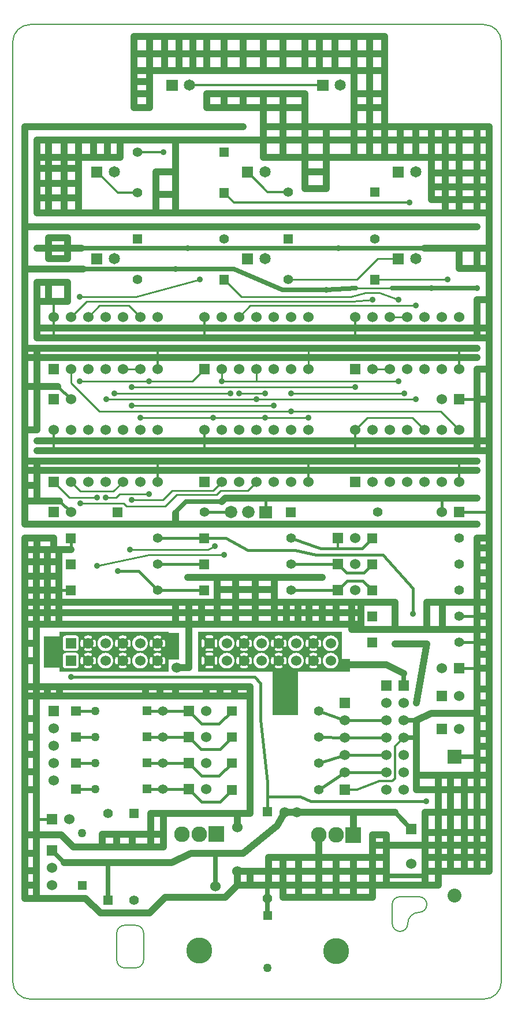
<source format=gbr>
G04 start of page 2 for group 0 idx 0 *
G04 Title: (unknown), component *
G04 Creator: pcb 20091103 *
G04 CreationDate: Sun Jun 11 07:31:11 2023 UTC *
G04 For: bh *
G04 Format: Gerber/RS-274X *
G04 PCB-Dimensions: 370000 600000 *
G04 PCB-Coordinate-Origin: lower left *
%MOIN*%
%FSLAX25Y25*%
%LNTOP*%
%ADD11C,0.0200*%
%ADD12C,0.0180*%
%ADD13C,0.0400*%
%ADD14C,0.0250*%
%ADD15C,0.0100*%
%ADD16C,0.0140*%
%ADD17C,0.0550*%
%ADD18C,0.0650*%
%ADD19C,0.0600*%
%ADD20C,0.0720*%
%ADD21C,0.0500*%
%ADD22C,0.1500*%
%ADD23C,0.0900*%
%ADD24C,0.0800*%
%ADD25C,0.0360*%
%ADD26C,0.0410*%
%ADD27C,0.0300*%
%ADD28C,0.0430*%
%ADD29C,0.1220*%
%ADD30C,0.0280*%
%ADD31C,0.0420*%
%ADD32C,0.0380*%
%ADD33C,0.1300*%
%ADD34C,0.0350*%
%ADD35C,0.0060*%
G54D11*G36*
X109613Y237500D02*X112500D01*
Y214500D01*
X109613D01*
Y218860D01*
X109708Y218882D01*
X109829Y218933D01*
X109938Y219005D01*
X110034Y219094D01*
X110113Y219198D01*
X110172Y219315D01*
X110314Y219722D01*
X110417Y220142D01*
X110479Y220569D01*
X110500Y221000D01*
X110479Y221432D01*
X110417Y221859D01*
X110314Y222279D01*
X110172Y222686D01*
X110171D01*
X110112Y222802D01*
X110033Y222907D01*
X109937Y222996D01*
X109828Y223067D01*
X109707Y223118D01*
X109613Y223139D01*
Y228860D01*
X109708Y228882D01*
X109829Y228933D01*
X109938Y229005D01*
X110034Y229094D01*
X110113Y229198D01*
X110172Y229315D01*
X110314Y229722D01*
X110417Y230142D01*
X110479Y230569D01*
X110500Y231000D01*
X110479Y231432D01*
X110417Y231859D01*
X110314Y232279D01*
X110172Y232686D01*
X110171D01*
X110112Y232802D01*
X110033Y232907D01*
X109937Y232996D01*
X109828Y233067D01*
X109707Y233118D01*
X109613Y233139D01*
Y237500D01*
G37*
G36*
X106000D02*X109613D01*
Y233139D01*
X109580Y233147D01*
X109450Y233154D01*
X109320Y233138D01*
X109195Y233100D01*
X109079Y233041D01*
X108974Y232962D01*
X108885Y232866D01*
X108814Y232757D01*
X108763Y232636D01*
X108734Y232509D01*
X108727Y232379D01*
X108743Y232249D01*
X108781Y232124D01*
X108876Y231853D01*
X108944Y231573D01*
X108986Y231288D01*
X109000Y231000D01*
X108986Y230713D01*
X108944Y230428D01*
X108876Y230148D01*
X108781Y229877D01*
X108780D01*
X108742Y229752D01*
X108726Y229622D01*
X108733Y229491D01*
X108762Y229364D01*
X108813Y229243D01*
X108885Y229134D01*
X108974Y229038D01*
X109078Y228959D01*
X109195Y228900D01*
X109320Y228862D01*
X109450Y228846D01*
X109581Y228853D01*
X109613Y228860D01*
Y223139D01*
X109580Y223147D01*
X109450Y223154D01*
X109320Y223138D01*
X109195Y223100D01*
X109079Y223041D01*
X108974Y222962D01*
X108885Y222866D01*
X108814Y222757D01*
X108763Y222636D01*
X108734Y222509D01*
X108727Y222379D01*
X108743Y222249D01*
X108781Y222124D01*
X108876Y221853D01*
X108944Y221573D01*
X108986Y221288D01*
X109000Y221000D01*
X108986Y220713D01*
X108944Y220428D01*
X108876Y220148D01*
X108781Y219877D01*
X108780D01*
X108742Y219752D01*
X108726Y219622D01*
X108733Y219491D01*
X108762Y219364D01*
X108813Y219243D01*
X108885Y219134D01*
X108974Y219038D01*
X109078Y218959D01*
X109195Y218900D01*
X109320Y218862D01*
X109450Y218846D01*
X109581Y218853D01*
X109613Y218860D01*
Y214500D01*
X106000D01*
Y216500D01*
X106431Y216521D01*
X106858Y216583D01*
X107278Y216686D01*
X107685Y216828D01*
Y216829D01*
X107801Y216888D01*
X107906Y216967D01*
X107995Y217063D01*
X108066Y217172D01*
X108117Y217293D01*
X108146Y217420D01*
X108153Y217550D01*
X108137Y217680D01*
X108099Y217805D01*
X108040Y217921D01*
X107961Y218026D01*
X107865Y218115D01*
X107756Y218186D01*
X107635Y218237D01*
X107508Y218266D01*
X107378Y218273D01*
X107248Y218257D01*
X107123Y218219D01*
X106852Y218124D01*
X106572Y218056D01*
X106287Y218014D01*
X106000Y218000D01*
Y224000D01*
X106287Y223987D01*
X106572Y223945D01*
X106852Y223877D01*
X107123Y223782D01*
Y223781D01*
X107248Y223743D01*
X107378Y223727D01*
X107509Y223734D01*
X107636Y223763D01*
X107757Y223814D01*
X107866Y223886D01*
X107962Y223975D01*
X108041Y224079D01*
X108100Y224196D01*
X108138Y224321D01*
X108154Y224451D01*
X108147Y224582D01*
X108118Y224709D01*
X108067Y224830D01*
X107995Y224939D01*
X107906Y225035D01*
X107802Y225114D01*
X107685Y225173D01*
X107278Y225315D01*
X106858Y225418D01*
X106431Y225480D01*
X106000Y225500D01*
Y226500D01*
X106431Y226521D01*
X106858Y226583D01*
X107278Y226686D01*
X107685Y226828D01*
Y226829D01*
X107801Y226888D01*
X107906Y226967D01*
X107995Y227063D01*
X108066Y227172D01*
X108117Y227293D01*
X108146Y227420D01*
X108153Y227550D01*
X108137Y227680D01*
X108099Y227805D01*
X108040Y227921D01*
X107961Y228026D01*
X107865Y228115D01*
X107756Y228186D01*
X107635Y228237D01*
X107508Y228266D01*
X107378Y228273D01*
X107248Y228257D01*
X107123Y228219D01*
X106852Y228124D01*
X106572Y228056D01*
X106287Y228014D01*
X106000Y228000D01*
Y234000D01*
X106287Y233987D01*
X106572Y233945D01*
X106852Y233877D01*
X107123Y233782D01*
Y233781D01*
X107248Y233743D01*
X107378Y233727D01*
X107509Y233734D01*
X107636Y233763D01*
X107757Y233814D01*
X107866Y233886D01*
X107962Y233975D01*
X108041Y234079D01*
X108100Y234196D01*
X108138Y234321D01*
X108154Y234451D01*
X108147Y234582D01*
X108118Y234709D01*
X108067Y234830D01*
X107995Y234939D01*
X107906Y235035D01*
X107802Y235114D01*
X107685Y235173D01*
X107278Y235315D01*
X106858Y235418D01*
X106431Y235480D01*
X106000Y235500D01*
Y237500D01*
G37*
G36*
X102387D02*X106000D01*
Y235500D01*
X105568Y235480D01*
X105141Y235418D01*
X104721Y235315D01*
X104314Y235173D01*
Y235172D01*
X104198Y235113D01*
X104093Y235034D01*
X104004Y234938D01*
X103933Y234829D01*
X103882Y234708D01*
X103853Y234581D01*
X103846Y234451D01*
X103862Y234321D01*
X103900Y234196D01*
X103959Y234080D01*
X104038Y233975D01*
X104134Y233886D01*
X104243Y233815D01*
X104364Y233764D01*
X104491Y233735D01*
X104621Y233728D01*
X104751Y233744D01*
X104876Y233782D01*
X105147Y233877D01*
X105427Y233945D01*
X105712Y233987D01*
X106000Y234000D01*
Y228000D01*
X105999D01*
X105712Y228014D01*
X105427Y228056D01*
X105147Y228124D01*
X104876Y228219D01*
Y228220D01*
X104751Y228258D01*
X104621Y228274D01*
X104490Y228267D01*
X104363Y228238D01*
X104242Y228187D01*
X104133Y228115D01*
X104037Y228026D01*
X103958Y227922D01*
X103899Y227805D01*
X103861Y227680D01*
X103845Y227550D01*
X103852Y227419D01*
X103881Y227292D01*
X103932Y227171D01*
X104004Y227062D01*
X104093Y226966D01*
X104197Y226887D01*
X104314Y226828D01*
X104721Y226686D01*
X105141Y226583D01*
X105568Y226521D01*
X105999Y226500D01*
X106000D01*
Y225500D01*
X105568Y225480D01*
X105141Y225418D01*
X104721Y225315D01*
X104314Y225173D01*
Y225172D01*
X104198Y225113D01*
X104093Y225034D01*
X104004Y224938D01*
X103933Y224829D01*
X103882Y224708D01*
X103853Y224581D01*
X103846Y224451D01*
X103862Y224321D01*
X103900Y224196D01*
X103959Y224080D01*
X104038Y223975D01*
X104134Y223886D01*
X104243Y223815D01*
X104364Y223764D01*
X104491Y223735D01*
X104621Y223728D01*
X104751Y223744D01*
X104876Y223782D01*
X105147Y223877D01*
X105427Y223945D01*
X105712Y223987D01*
X106000Y224000D01*
Y218000D01*
X105999D01*
X105712Y218014D01*
X105427Y218056D01*
X105147Y218124D01*
X104876Y218219D01*
Y218220D01*
X104751Y218258D01*
X104621Y218274D01*
X104490Y218267D01*
X104363Y218238D01*
X104242Y218187D01*
X104133Y218115D01*
X104037Y218026D01*
X103958Y217922D01*
X103899Y217805D01*
X103861Y217680D01*
X103845Y217550D01*
X103852Y217419D01*
X103881Y217292D01*
X103932Y217171D01*
X104004Y217062D01*
X104093Y216966D01*
X104197Y216887D01*
X104314Y216828D01*
X104721Y216686D01*
X105141Y216583D01*
X105568Y216521D01*
X105999Y216500D01*
X106000D01*
Y214500D01*
X102387D01*
Y218861D01*
X102419Y218854D01*
X102549Y218847D01*
X102679Y218863D01*
X102804Y218901D01*
X102920Y218960D01*
X103025Y219039D01*
X103114Y219135D01*
X103185Y219244D01*
X103236Y219365D01*
X103265Y219492D01*
X103272Y219622D01*
X103256Y219752D01*
X103218Y219877D01*
X103123Y220148D01*
X103055Y220428D01*
X103013Y220713D01*
X103000Y221001D01*
X103013Y221288D01*
X103055Y221573D01*
X103123Y221853D01*
X103218Y222124D01*
X103219D01*
X103257Y222249D01*
X103273Y222379D01*
X103266Y222510D01*
X103237Y222637D01*
X103186Y222758D01*
X103114Y222867D01*
X103025Y222963D01*
X102921Y223042D01*
X102804Y223101D01*
X102679Y223139D01*
X102549Y223155D01*
X102418Y223148D01*
X102387Y223141D01*
Y228861D01*
X102419Y228854D01*
X102549Y228847D01*
X102679Y228863D01*
X102804Y228901D01*
X102920Y228960D01*
X103025Y229039D01*
X103114Y229135D01*
X103185Y229244D01*
X103236Y229365D01*
X103265Y229492D01*
X103272Y229622D01*
X103256Y229752D01*
X103218Y229877D01*
X103123Y230148D01*
X103055Y230428D01*
X103013Y230713D01*
X103000Y231001D01*
X103013Y231288D01*
X103055Y231573D01*
X103123Y231853D01*
X103218Y232124D01*
X103219D01*
X103257Y232249D01*
X103273Y232379D01*
X103266Y232510D01*
X103237Y232637D01*
X103186Y232758D01*
X103114Y232867D01*
X103025Y232963D01*
X102921Y233042D01*
X102804Y233101D01*
X102679Y233139D01*
X102549Y233155D01*
X102418Y233148D01*
X102387Y233141D01*
Y237500D01*
G37*
G36*
X96000D02*X102387D01*
Y233141D01*
X102291Y233119D01*
X102170Y233068D01*
X102061Y232996D01*
X101965Y232907D01*
X101886Y232803D01*
X101827Y232686D01*
X101685Y232279D01*
X101582Y231859D01*
X101520Y231432D01*
X101500Y231001D01*
X101520Y230569D01*
X101582Y230142D01*
X101685Y229722D01*
X101827Y229315D01*
X101828D01*
X101887Y229199D01*
X101966Y229094D01*
X102062Y229005D01*
X102171Y228934D01*
X102292Y228883D01*
X102387Y228861D01*
Y223141D01*
X102291Y223119D01*
X102170Y223068D01*
X102061Y222996D01*
X101965Y222907D01*
X101886Y222803D01*
X101827Y222686D01*
X101685Y222279D01*
X101582Y221859D01*
X101520Y221432D01*
X101500Y221001D01*
X101520Y220569D01*
X101582Y220142D01*
X101685Y219722D01*
X101827Y219315D01*
X101828D01*
X101887Y219199D01*
X101966Y219094D01*
X102062Y219005D01*
X102171Y218934D01*
X102292Y218883D01*
X102387Y218861D01*
Y214500D01*
X96000D01*
Y216500D01*
X96781Y216568D01*
X97539Y216771D01*
X98250Y217103D01*
X98893Y217553D01*
X99447Y218107D01*
X99897Y218750D01*
X100229Y219461D01*
X100432Y220219D01*
X100500Y221000D01*
X100432Y221781D01*
X100229Y222539D01*
X99897Y223250D01*
X99447Y223893D01*
X98893Y224447D01*
X98250Y224897D01*
X97539Y225229D01*
X96781Y225432D01*
X96000Y225500D01*
Y226500D01*
X96781Y226568D01*
X97539Y226771D01*
X98250Y227103D01*
X98893Y227553D01*
X99447Y228107D01*
X99897Y228750D01*
X100229Y229461D01*
X100432Y230219D01*
X100500Y231000D01*
X100432Y231781D01*
X100229Y232539D01*
X99897Y233250D01*
X99447Y233893D01*
X98893Y234447D01*
X98250Y234897D01*
X97539Y235229D01*
X96781Y235432D01*
X96000Y235500D01*
Y237500D01*
G37*
G36*
X89613D02*X96000D01*
Y235500D01*
X95219Y235432D01*
X94461Y235229D01*
X93750Y234897D01*
X93107Y234447D01*
X92553Y233893D01*
X92103Y233250D01*
X91771Y232539D01*
X91568Y231781D01*
X91500Y231000D01*
X91568Y230219D01*
X91771Y229461D01*
X92103Y228750D01*
X92553Y228107D01*
X93107Y227553D01*
X93750Y227103D01*
X94461Y226771D01*
X95219Y226568D01*
X96000Y226500D01*
Y225500D01*
X95219Y225432D01*
X94461Y225229D01*
X93750Y224897D01*
X93107Y224447D01*
X92553Y223893D01*
X92103Y223250D01*
X91771Y222539D01*
X91568Y221781D01*
X91500Y221000D01*
X91568Y220219D01*
X91771Y219461D01*
X92103Y218750D01*
X92553Y218107D01*
X93107Y217553D01*
X93750Y217103D01*
X94461Y216771D01*
X95219Y216568D01*
X96000Y216500D01*
Y214500D01*
X89613D01*
Y218860D01*
X89708Y218882D01*
X89829Y218933D01*
X89938Y219005D01*
X90034Y219094D01*
X90113Y219198D01*
X90172Y219315D01*
X90314Y219722D01*
X90417Y220142D01*
X90479Y220569D01*
X90500Y221000D01*
X90479Y221432D01*
X90417Y221859D01*
X90314Y222279D01*
X90172Y222686D01*
X90171D01*
X90112Y222802D01*
X90033Y222907D01*
X89937Y222996D01*
X89828Y223067D01*
X89707Y223118D01*
X89613Y223139D01*
Y228860D01*
X89708Y228882D01*
X89829Y228933D01*
X89938Y229005D01*
X90034Y229094D01*
X90113Y229198D01*
X90172Y229315D01*
X90314Y229722D01*
X90417Y230142D01*
X90479Y230569D01*
X90500Y231000D01*
X90479Y231432D01*
X90417Y231859D01*
X90314Y232279D01*
X90172Y232686D01*
X90171D01*
X90112Y232802D01*
X90033Y232907D01*
X89937Y232996D01*
X89828Y233067D01*
X89707Y233118D01*
X89613Y233139D01*
Y237500D01*
G37*
G36*
X85999D02*X89613D01*
Y233139D01*
X89580Y233147D01*
X89450Y233154D01*
X89320Y233138D01*
X89195Y233100D01*
X89079Y233041D01*
X88974Y232962D01*
X88885Y232866D01*
X88814Y232757D01*
X88763Y232636D01*
X88734Y232509D01*
X88727Y232379D01*
X88743Y232249D01*
X88781Y232124D01*
X88876Y231853D01*
X88944Y231573D01*
X88986Y231288D01*
X89000Y231000D01*
X88986Y230713D01*
X88944Y230428D01*
X88876Y230148D01*
X88781Y229877D01*
X88780D01*
X88742Y229752D01*
X88726Y229622D01*
X88733Y229491D01*
X88762Y229364D01*
X88813Y229243D01*
X88885Y229134D01*
X88974Y229038D01*
X89078Y228959D01*
X89195Y228900D01*
X89320Y228862D01*
X89450Y228846D01*
X89581Y228853D01*
X89613Y228860D01*
Y223139D01*
X89580Y223147D01*
X89450Y223154D01*
X89320Y223138D01*
X89195Y223100D01*
X89079Y223041D01*
X88974Y222962D01*
X88885Y222866D01*
X88814Y222757D01*
X88763Y222636D01*
X88734Y222509D01*
X88727Y222379D01*
X88743Y222249D01*
X88781Y222124D01*
X88876Y221853D01*
X88944Y221573D01*
X88986Y221288D01*
X89000Y221000D01*
X88986Y220713D01*
X88944Y220428D01*
X88876Y220148D01*
X88781Y219877D01*
X88780D01*
X88742Y219752D01*
X88726Y219622D01*
X88733Y219491D01*
X88762Y219364D01*
X88813Y219243D01*
X88885Y219134D01*
X88974Y219038D01*
X89078Y218959D01*
X89195Y218900D01*
X89320Y218862D01*
X89450Y218846D01*
X89581Y218853D01*
X89613Y218860D01*
Y214500D01*
X85999D01*
Y216500D01*
X86431Y216521D01*
X86858Y216583D01*
X87278Y216686D01*
X87685Y216828D01*
Y216829D01*
X87801Y216888D01*
X87906Y216967D01*
X87995Y217063D01*
X88066Y217172D01*
X88117Y217293D01*
X88146Y217420D01*
X88153Y217550D01*
X88137Y217680D01*
X88099Y217805D01*
X88040Y217921D01*
X87961Y218026D01*
X87865Y218115D01*
X87756Y218186D01*
X87635Y218237D01*
X87508Y218266D01*
X87378Y218273D01*
X87248Y218257D01*
X87123Y218219D01*
X86852Y218124D01*
X86572Y218056D01*
X86287Y218014D01*
X85999Y218000D01*
Y224000D01*
X86000D01*
X86287Y223987D01*
X86572Y223945D01*
X86852Y223877D01*
X87123Y223782D01*
Y223781D01*
X87248Y223743D01*
X87378Y223727D01*
X87509Y223734D01*
X87636Y223763D01*
X87757Y223814D01*
X87866Y223886D01*
X87962Y223975D01*
X88041Y224079D01*
X88100Y224196D01*
X88138Y224321D01*
X88154Y224451D01*
X88147Y224582D01*
X88118Y224709D01*
X88067Y224830D01*
X87995Y224939D01*
X87906Y225035D01*
X87802Y225114D01*
X87685Y225173D01*
X87278Y225315D01*
X86858Y225418D01*
X86431Y225480D01*
X86000Y225500D01*
X85999D01*
Y226500D01*
X86431Y226521D01*
X86858Y226583D01*
X87278Y226686D01*
X87685Y226828D01*
Y226829D01*
X87801Y226888D01*
X87906Y226967D01*
X87995Y227063D01*
X88066Y227172D01*
X88117Y227293D01*
X88146Y227420D01*
X88153Y227550D01*
X88137Y227680D01*
X88099Y227805D01*
X88040Y227921D01*
X87961Y228026D01*
X87865Y228115D01*
X87756Y228186D01*
X87635Y228237D01*
X87508Y228266D01*
X87378Y228273D01*
X87248Y228257D01*
X87123Y228219D01*
X86852Y228124D01*
X86572Y228056D01*
X86287Y228014D01*
X85999Y228000D01*
Y234000D01*
X86000D01*
X86287Y233987D01*
X86572Y233945D01*
X86852Y233877D01*
X87123Y233782D01*
Y233781D01*
X87248Y233743D01*
X87378Y233727D01*
X87509Y233734D01*
X87636Y233763D01*
X87757Y233814D01*
X87866Y233886D01*
X87962Y233975D01*
X88041Y234079D01*
X88100Y234196D01*
X88138Y234321D01*
X88154Y234451D01*
X88147Y234582D01*
X88118Y234709D01*
X88067Y234830D01*
X87995Y234939D01*
X87906Y235035D01*
X87802Y235114D01*
X87685Y235173D01*
X87278Y235315D01*
X86858Y235418D01*
X86431Y235480D01*
X86000Y235500D01*
X85999D01*
Y237500D01*
G37*
G36*
X82387D02*X85999D01*
Y235500D01*
X85568Y235480D01*
X85141Y235418D01*
X84721Y235315D01*
X84314Y235173D01*
Y235172D01*
X84198Y235113D01*
X84093Y235034D01*
X84004Y234938D01*
X83933Y234829D01*
X83882Y234708D01*
X83853Y234581D01*
X83846Y234451D01*
X83862Y234321D01*
X83900Y234196D01*
X83959Y234080D01*
X84038Y233975D01*
X84134Y233886D01*
X84243Y233815D01*
X84364Y233764D01*
X84491Y233735D01*
X84621Y233728D01*
X84751Y233744D01*
X84876Y233782D01*
X85147Y233877D01*
X85427Y233945D01*
X85712Y233987D01*
X85999Y234000D01*
Y228000D01*
X85712Y228014D01*
X85427Y228056D01*
X85147Y228124D01*
X84876Y228219D01*
Y228220D01*
X84751Y228258D01*
X84621Y228274D01*
X84490Y228267D01*
X84363Y228238D01*
X84242Y228187D01*
X84133Y228115D01*
X84037Y228026D01*
X83958Y227922D01*
X83899Y227805D01*
X83861Y227680D01*
X83845Y227550D01*
X83852Y227419D01*
X83881Y227292D01*
X83932Y227171D01*
X84004Y227062D01*
X84093Y226966D01*
X84197Y226887D01*
X84314Y226828D01*
X84721Y226686D01*
X85141Y226583D01*
X85568Y226521D01*
X85999Y226500D01*
Y225500D01*
X85568Y225480D01*
X85141Y225418D01*
X84721Y225315D01*
X84314Y225173D01*
Y225172D01*
X84198Y225113D01*
X84093Y225034D01*
X84004Y224938D01*
X83933Y224829D01*
X83882Y224708D01*
X83853Y224581D01*
X83846Y224451D01*
X83862Y224321D01*
X83900Y224196D01*
X83959Y224080D01*
X84038Y223975D01*
X84134Y223886D01*
X84243Y223815D01*
X84364Y223764D01*
X84491Y223735D01*
X84621Y223728D01*
X84751Y223744D01*
X84876Y223782D01*
X85147Y223877D01*
X85427Y223945D01*
X85712Y223987D01*
X85999Y224000D01*
Y218000D01*
X85712Y218014D01*
X85427Y218056D01*
X85147Y218124D01*
X84876Y218219D01*
Y218220D01*
X84751Y218258D01*
X84621Y218274D01*
X84490Y218267D01*
X84363Y218238D01*
X84242Y218187D01*
X84133Y218115D01*
X84037Y218026D01*
X83958Y217922D01*
X83899Y217805D01*
X83861Y217680D01*
X83845Y217550D01*
X83852Y217419D01*
X83881Y217292D01*
X83932Y217171D01*
X84004Y217062D01*
X84093Y216966D01*
X84197Y216887D01*
X84314Y216828D01*
X84721Y216686D01*
X85141Y216583D01*
X85568Y216521D01*
X85999Y216500D01*
Y214500D01*
X82387D01*
Y218861D01*
X82419Y218854D01*
X82549Y218847D01*
X82679Y218863D01*
X82804Y218901D01*
X82920Y218960D01*
X83025Y219039D01*
X83114Y219135D01*
X83185Y219244D01*
X83236Y219365D01*
X83265Y219492D01*
X83272Y219622D01*
X83256Y219752D01*
X83218Y219877D01*
X83123Y220148D01*
X83055Y220428D01*
X83013Y220713D01*
X83000Y221001D01*
X83013Y221288D01*
X83055Y221573D01*
X83123Y221853D01*
X83218Y222124D01*
X83219D01*
X83257Y222249D01*
X83273Y222379D01*
X83266Y222510D01*
X83237Y222637D01*
X83186Y222758D01*
X83114Y222867D01*
X83025Y222963D01*
X82921Y223042D01*
X82804Y223101D01*
X82679Y223139D01*
X82549Y223155D01*
X82418Y223148D01*
X82387Y223141D01*
Y228861D01*
X82419Y228854D01*
X82549Y228847D01*
X82679Y228863D01*
X82804Y228901D01*
X82920Y228960D01*
X83025Y229039D01*
X83114Y229135D01*
X83185Y229244D01*
X83236Y229365D01*
X83265Y229492D01*
X83272Y229622D01*
X83256Y229752D01*
X83218Y229877D01*
X83123Y230148D01*
X83055Y230428D01*
X83013Y230713D01*
X83000Y231001D01*
X83013Y231288D01*
X83055Y231573D01*
X83123Y231853D01*
X83218Y232124D01*
X83219D01*
X83257Y232249D01*
X83273Y232379D01*
X83266Y232510D01*
X83237Y232637D01*
X83186Y232758D01*
X83114Y232867D01*
X83025Y232963D01*
X82921Y233042D01*
X82804Y233101D01*
X82679Y233139D01*
X82549Y233155D01*
X82418Y233148D01*
X82387Y233141D01*
Y237500D01*
G37*
G36*
X76000D02*X82387D01*
Y233141D01*
X82291Y233119D01*
X82170Y233068D01*
X82061Y232996D01*
X81965Y232907D01*
X81886Y232803D01*
X81827Y232686D01*
X81685Y232279D01*
X81582Y231859D01*
X81520Y231432D01*
X81500Y231001D01*
X81520Y230569D01*
X81582Y230142D01*
X81685Y229722D01*
X81827Y229315D01*
X81828D01*
X81887Y229199D01*
X81966Y229094D01*
X82062Y229005D01*
X82171Y228934D01*
X82292Y228883D01*
X82387Y228861D01*
Y223141D01*
X82291Y223119D01*
X82170Y223068D01*
X82061Y222996D01*
X81965Y222907D01*
X81886Y222803D01*
X81827Y222686D01*
X81685Y222279D01*
X81582Y221859D01*
X81520Y221432D01*
X81500Y221001D01*
X81520Y220569D01*
X81582Y220142D01*
X81685Y219722D01*
X81827Y219315D01*
X81828D01*
X81887Y219199D01*
X81966Y219094D01*
X82062Y219005D01*
X82171Y218934D01*
X82292Y218883D01*
X82387Y218861D01*
Y214500D01*
X76000D01*
Y216500D01*
X76781Y216568D01*
X77539Y216771D01*
X78250Y217103D01*
X78893Y217553D01*
X79447Y218107D01*
X79897Y218750D01*
X80229Y219461D01*
X80432Y220219D01*
X80500Y221000D01*
X80432Y221781D01*
X80229Y222539D01*
X79897Y223250D01*
X79447Y223893D01*
X78893Y224447D01*
X78250Y224897D01*
X77539Y225229D01*
X76781Y225432D01*
X76000Y225500D01*
Y226500D01*
X76781Y226568D01*
X77539Y226771D01*
X78250Y227103D01*
X78893Y227553D01*
X79447Y228107D01*
X79897Y228750D01*
X80229Y229461D01*
X80432Y230219D01*
X80500Y231000D01*
X80432Y231781D01*
X80229Y232539D01*
X79897Y233250D01*
X79447Y233893D01*
X78893Y234447D01*
X78250Y234897D01*
X77539Y235229D01*
X76781Y235432D01*
X76000Y235500D01*
Y237500D01*
G37*
G36*
X69613D02*X76000D01*
Y235500D01*
X75219Y235432D01*
X74461Y235229D01*
X73750Y234897D01*
X73107Y234447D01*
X72553Y233893D01*
X72103Y233250D01*
X71771Y232539D01*
X71568Y231781D01*
X71500Y231000D01*
X71568Y230219D01*
X71771Y229461D01*
X72103Y228750D01*
X72553Y228107D01*
X73107Y227553D01*
X73750Y227103D01*
X74461Y226771D01*
X75219Y226568D01*
X76000Y226500D01*
Y225500D01*
X75219Y225432D01*
X74461Y225229D01*
X73750Y224897D01*
X73107Y224447D01*
X72553Y223893D01*
X72103Y223250D01*
X71771Y222539D01*
X71568Y221781D01*
X71500Y221000D01*
X71568Y220219D01*
X71771Y219461D01*
X72103Y218750D01*
X72553Y218107D01*
X73107Y217553D01*
X73750Y217103D01*
X74461Y216771D01*
X75219Y216568D01*
X76000Y216500D01*
Y214500D01*
X69613D01*
Y218860D01*
X69708Y218882D01*
X69829Y218933D01*
X69938Y219005D01*
X70034Y219094D01*
X70113Y219198D01*
X70172Y219315D01*
X70314Y219722D01*
X70417Y220142D01*
X70479Y220569D01*
X70500Y221000D01*
X70479Y221432D01*
X70417Y221859D01*
X70314Y222279D01*
X70172Y222686D01*
X70171D01*
X70112Y222802D01*
X70033Y222907D01*
X69937Y222996D01*
X69828Y223067D01*
X69707Y223118D01*
X69613Y223139D01*
Y228860D01*
X69708Y228882D01*
X69829Y228933D01*
X69938Y229005D01*
X70034Y229094D01*
X70113Y229198D01*
X70172Y229315D01*
X70314Y229722D01*
X70417Y230142D01*
X70479Y230569D01*
X70500Y231000D01*
X70479Y231432D01*
X70417Y231859D01*
X70314Y232279D01*
X70172Y232686D01*
X70171D01*
X70112Y232802D01*
X70033Y232907D01*
X69937Y232996D01*
X69828Y233067D01*
X69707Y233118D01*
X69613Y233139D01*
Y237500D01*
G37*
G36*
X65999D02*X69613D01*
Y233139D01*
X69580Y233147D01*
X69450Y233154D01*
X69320Y233138D01*
X69195Y233100D01*
X69079Y233041D01*
X68974Y232962D01*
X68885Y232866D01*
X68814Y232757D01*
X68763Y232636D01*
X68734Y232509D01*
X68727Y232379D01*
X68743Y232249D01*
X68781Y232124D01*
X68876Y231853D01*
X68944Y231573D01*
X68986Y231288D01*
X69000Y231000D01*
X68986Y230713D01*
X68944Y230428D01*
X68876Y230148D01*
X68781Y229877D01*
X68780D01*
X68742Y229752D01*
X68726Y229622D01*
X68733Y229491D01*
X68762Y229364D01*
X68813Y229243D01*
X68885Y229134D01*
X68974Y229038D01*
X69078Y228959D01*
X69195Y228900D01*
X69320Y228862D01*
X69450Y228846D01*
X69581Y228853D01*
X69613Y228860D01*
Y223139D01*
X69580Y223147D01*
X69450Y223154D01*
X69320Y223138D01*
X69195Y223100D01*
X69079Y223041D01*
X68974Y222962D01*
X68885Y222866D01*
X68814Y222757D01*
X68763Y222636D01*
X68734Y222509D01*
X68727Y222379D01*
X68743Y222249D01*
X68781Y222124D01*
X68876Y221853D01*
X68944Y221573D01*
X68986Y221288D01*
X69000Y221000D01*
X68986Y220713D01*
X68944Y220428D01*
X68876Y220148D01*
X68781Y219877D01*
X68780D01*
X68742Y219752D01*
X68726Y219622D01*
X68733Y219491D01*
X68762Y219364D01*
X68813Y219243D01*
X68885Y219134D01*
X68974Y219038D01*
X69078Y218959D01*
X69195Y218900D01*
X69320Y218862D01*
X69450Y218846D01*
X69581Y218853D01*
X69613Y218860D01*
Y214500D01*
X65999D01*
Y216500D01*
X66431Y216521D01*
X66858Y216583D01*
X67278Y216686D01*
X67685Y216828D01*
Y216829D01*
X67801Y216888D01*
X67906Y216967D01*
X67995Y217063D01*
X68066Y217172D01*
X68117Y217293D01*
X68146Y217420D01*
X68153Y217550D01*
X68137Y217680D01*
X68099Y217805D01*
X68040Y217921D01*
X67961Y218026D01*
X67865Y218115D01*
X67756Y218186D01*
X67635Y218237D01*
X67508Y218266D01*
X67378Y218273D01*
X67248Y218257D01*
X67123Y218219D01*
X66852Y218124D01*
X66572Y218056D01*
X66287Y218014D01*
X65999Y218000D01*
Y224000D01*
X66000D01*
X66287Y223987D01*
X66572Y223945D01*
X66852Y223877D01*
X67123Y223782D01*
Y223781D01*
X67248Y223743D01*
X67378Y223727D01*
X67509Y223734D01*
X67636Y223763D01*
X67757Y223814D01*
X67866Y223886D01*
X67962Y223975D01*
X68041Y224079D01*
X68100Y224196D01*
X68138Y224321D01*
X68154Y224451D01*
X68147Y224582D01*
X68118Y224709D01*
X68067Y224830D01*
X67995Y224939D01*
X67906Y225035D01*
X67802Y225114D01*
X67685Y225173D01*
X67278Y225315D01*
X66858Y225418D01*
X66431Y225480D01*
X66000Y225500D01*
X65999D01*
Y226500D01*
X66431Y226521D01*
X66858Y226583D01*
X67278Y226686D01*
X67685Y226828D01*
Y226829D01*
X67801Y226888D01*
X67906Y226967D01*
X67995Y227063D01*
X68066Y227172D01*
X68117Y227293D01*
X68146Y227420D01*
X68153Y227550D01*
X68137Y227680D01*
X68099Y227805D01*
X68040Y227921D01*
X67961Y228026D01*
X67865Y228115D01*
X67756Y228186D01*
X67635Y228237D01*
X67508Y228266D01*
X67378Y228273D01*
X67248Y228257D01*
X67123Y228219D01*
X66852Y228124D01*
X66572Y228056D01*
X66287Y228014D01*
X65999Y228000D01*
Y234000D01*
X66000D01*
X66287Y233987D01*
X66572Y233945D01*
X66852Y233877D01*
X67123Y233782D01*
Y233781D01*
X67248Y233743D01*
X67378Y233727D01*
X67509Y233734D01*
X67636Y233763D01*
X67757Y233814D01*
X67866Y233886D01*
X67962Y233975D01*
X68041Y234079D01*
X68100Y234196D01*
X68138Y234321D01*
X68154Y234451D01*
X68147Y234582D01*
X68118Y234709D01*
X68067Y234830D01*
X67995Y234939D01*
X67906Y235035D01*
X67802Y235114D01*
X67685Y235173D01*
X67278Y235315D01*
X66858Y235418D01*
X66431Y235480D01*
X66000Y235500D01*
X65999D01*
Y237500D01*
G37*
G36*
X62387D02*X65999D01*
Y235500D01*
X65568Y235480D01*
X65141Y235418D01*
X64721Y235315D01*
X64314Y235173D01*
Y235172D01*
X64198Y235113D01*
X64093Y235034D01*
X64004Y234938D01*
X63933Y234829D01*
X63882Y234708D01*
X63853Y234581D01*
X63846Y234451D01*
X63862Y234321D01*
X63900Y234196D01*
X63959Y234080D01*
X64038Y233975D01*
X64134Y233886D01*
X64243Y233815D01*
X64364Y233764D01*
X64491Y233735D01*
X64621Y233728D01*
X64751Y233744D01*
X64876Y233782D01*
X65147Y233877D01*
X65427Y233945D01*
X65712Y233987D01*
X65999Y234000D01*
Y228000D01*
X65712Y228014D01*
X65427Y228056D01*
X65147Y228124D01*
X64876Y228219D01*
Y228220D01*
X64751Y228258D01*
X64621Y228274D01*
X64490Y228267D01*
X64363Y228238D01*
X64242Y228187D01*
X64133Y228115D01*
X64037Y228026D01*
X63958Y227922D01*
X63899Y227805D01*
X63861Y227680D01*
X63845Y227550D01*
X63852Y227419D01*
X63881Y227292D01*
X63932Y227171D01*
X64004Y227062D01*
X64093Y226966D01*
X64197Y226887D01*
X64314Y226828D01*
X64721Y226686D01*
X65141Y226583D01*
X65568Y226521D01*
X65999Y226500D01*
Y225500D01*
X65568Y225480D01*
X65141Y225418D01*
X64721Y225315D01*
X64314Y225173D01*
Y225172D01*
X64198Y225113D01*
X64093Y225034D01*
X64004Y224938D01*
X63933Y224829D01*
X63882Y224708D01*
X63853Y224581D01*
X63846Y224451D01*
X63862Y224321D01*
X63900Y224196D01*
X63959Y224080D01*
X64038Y223975D01*
X64134Y223886D01*
X64243Y223815D01*
X64364Y223764D01*
X64491Y223735D01*
X64621Y223728D01*
X64751Y223744D01*
X64876Y223782D01*
X65147Y223877D01*
X65427Y223945D01*
X65712Y223987D01*
X65999Y224000D01*
Y218000D01*
X65712Y218014D01*
X65427Y218056D01*
X65147Y218124D01*
X64876Y218219D01*
Y218220D01*
X64751Y218258D01*
X64621Y218274D01*
X64490Y218267D01*
X64363Y218238D01*
X64242Y218187D01*
X64133Y218115D01*
X64037Y218026D01*
X63958Y217922D01*
X63899Y217805D01*
X63861Y217680D01*
X63845Y217550D01*
X63852Y217419D01*
X63881Y217292D01*
X63932Y217171D01*
X64004Y217062D01*
X64093Y216966D01*
X64197Y216887D01*
X64314Y216828D01*
X64721Y216686D01*
X65141Y216583D01*
X65568Y216521D01*
X65999Y216500D01*
Y214500D01*
X62387D01*
Y218861D01*
X62419Y218854D01*
X62549Y218847D01*
X62679Y218863D01*
X62804Y218901D01*
X62920Y218960D01*
X63025Y219039D01*
X63114Y219135D01*
X63185Y219244D01*
X63236Y219365D01*
X63265Y219492D01*
X63272Y219622D01*
X63256Y219752D01*
X63218Y219877D01*
X63123Y220148D01*
X63055Y220428D01*
X63013Y220713D01*
X63000Y221001D01*
X63013Y221288D01*
X63055Y221573D01*
X63123Y221853D01*
X63218Y222124D01*
X63219D01*
X63257Y222249D01*
X63273Y222379D01*
X63266Y222510D01*
X63237Y222637D01*
X63186Y222758D01*
X63114Y222867D01*
X63025Y222963D01*
X62921Y223042D01*
X62804Y223101D01*
X62679Y223139D01*
X62549Y223155D01*
X62418Y223148D01*
X62387Y223141D01*
Y228861D01*
X62419Y228854D01*
X62549Y228847D01*
X62679Y228863D01*
X62804Y228901D01*
X62920Y228960D01*
X63025Y229039D01*
X63114Y229135D01*
X63185Y229244D01*
X63236Y229365D01*
X63265Y229492D01*
X63272Y229622D01*
X63256Y229752D01*
X63218Y229877D01*
X63123Y230148D01*
X63055Y230428D01*
X63013Y230713D01*
X63000Y231001D01*
X63013Y231288D01*
X63055Y231573D01*
X63123Y231853D01*
X63218Y232124D01*
X63219D01*
X63257Y232249D01*
X63273Y232379D01*
X63266Y232510D01*
X63237Y232637D01*
X63186Y232758D01*
X63114Y232867D01*
X63025Y232963D01*
X62921Y233042D01*
X62804Y233101D01*
X62679Y233139D01*
X62549Y233155D01*
X62418Y233148D01*
X62387Y233141D01*
Y237500D01*
G37*
G36*
X56000D02*X62387D01*
Y233141D01*
X62291Y233119D01*
X62170Y233068D01*
X62061Y232996D01*
X61965Y232907D01*
X61886Y232803D01*
X61827Y232686D01*
X61685Y232279D01*
X61582Y231859D01*
X61520Y231432D01*
X61500Y231001D01*
X61520Y230569D01*
X61582Y230142D01*
X61685Y229722D01*
X61827Y229315D01*
X61828D01*
X61887Y229199D01*
X61966Y229094D01*
X62062Y229005D01*
X62171Y228934D01*
X62292Y228883D01*
X62387Y228861D01*
Y223141D01*
X62291Y223119D01*
X62170Y223068D01*
X62061Y222996D01*
X61965Y222907D01*
X61886Y222803D01*
X61827Y222686D01*
X61685Y222279D01*
X61582Y221859D01*
X61520Y221432D01*
X61500Y221001D01*
X61520Y220569D01*
X61582Y220142D01*
X61685Y219722D01*
X61827Y219315D01*
X61828D01*
X61887Y219199D01*
X61966Y219094D01*
X62062Y219005D01*
X62171Y218934D01*
X62292Y218883D01*
X62387Y218861D01*
Y214500D01*
X56000D01*
Y216500D01*
X59000D01*
X59260Y216523D01*
X59513Y216590D01*
X59750Y216701D01*
X59964Y216851D01*
X60149Y217036D01*
X60299Y217250D01*
X60410Y217487D01*
X60477Y217740D01*
X60500Y218000D01*
Y224000D01*
X60477Y224260D01*
X60410Y224513D01*
X60299Y224750D01*
X60149Y224964D01*
X59964Y225149D01*
X59750Y225299D01*
X59513Y225410D01*
X59260Y225477D01*
X59000Y225500D01*
X56000D01*
Y226500D01*
X59000D01*
X59260Y226523D01*
X59513Y226590D01*
X59750Y226701D01*
X59964Y226851D01*
X60149Y227036D01*
X60299Y227250D01*
X60410Y227487D01*
X60477Y227740D01*
X60500Y228000D01*
Y234000D01*
X60477Y234260D01*
X60410Y234513D01*
X60299Y234750D01*
X60149Y234964D01*
X59964Y235149D01*
X59750Y235299D01*
X59513Y235410D01*
X59260Y235477D01*
X59000Y235500D01*
X56000D01*
Y237500D01*
G37*
G36*
X49500Y214500D02*Y237500D01*
X56000D01*
Y235500D01*
X53000D01*
X52740Y235477D01*
X52487Y235410D01*
X52250Y235299D01*
X52036Y235149D01*
X51851Y234964D01*
X51701Y234750D01*
X51590Y234513D01*
X51523Y234260D01*
X51500Y234000D01*
Y228000D01*
X51523Y227740D01*
X51590Y227487D01*
X51701Y227250D01*
X51851Y227036D01*
X52036Y226851D01*
X52250Y226701D01*
X52487Y226590D01*
X52740Y226523D01*
X53000Y226500D01*
X56000D01*
Y225500D01*
X53000D01*
X52740Y225477D01*
X52487Y225410D01*
X52250Y225299D01*
X52036Y225149D01*
X51851Y224964D01*
X51701Y224750D01*
X51590Y224513D01*
X51523Y224260D01*
X51500Y224000D01*
Y218000D01*
X51523Y217740D01*
X51590Y217487D01*
X51701Y217250D01*
X51851Y217036D01*
X52036Y216851D01*
X52250Y216701D01*
X52487Y216590D01*
X52740Y216523D01*
X53000Y216500D01*
X56000D01*
Y214500D01*
X49500D01*
G37*
G36*
X40500Y217000D02*Y235000D01*
X51000D01*
Y217000D01*
X40500D01*
G37*
G36*
X111500Y221500D02*Y237000D01*
X118500D01*
Y221500D01*
X111500D01*
G37*
G36*
X206000Y237500D02*X212500D01*
Y214500D01*
X206000D01*
Y216500D01*
X206781Y216568D01*
X207539Y216771D01*
X208250Y217103D01*
X208893Y217553D01*
X209447Y218107D01*
X209897Y218750D01*
X210229Y219461D01*
X210432Y220219D01*
X210500Y221000D01*
X210432Y221781D01*
X210229Y222539D01*
X209897Y223250D01*
X209447Y223893D01*
X208893Y224447D01*
X208250Y224897D01*
X207539Y225229D01*
X206781Y225432D01*
X206000Y225500D01*
Y226500D01*
X206781Y226568D01*
X207539Y226771D01*
X208250Y227103D01*
X208893Y227553D01*
X209447Y228107D01*
X209897Y228750D01*
X210229Y229461D01*
X210432Y230219D01*
X210500Y231000D01*
X210432Y231781D01*
X210229Y232539D01*
X209897Y233250D01*
X209447Y233893D01*
X208893Y234447D01*
X208250Y234897D01*
X207539Y235229D01*
X206781Y235432D01*
X206000Y235500D01*
Y237500D01*
G37*
G36*
X199613D02*X206000D01*
Y235500D01*
X205219Y235432D01*
X204461Y235229D01*
X203750Y234897D01*
X203107Y234447D01*
X202553Y233893D01*
X202103Y233250D01*
X201771Y232539D01*
X201568Y231781D01*
X201500Y231000D01*
X201568Y230219D01*
X201771Y229461D01*
X202103Y228750D01*
X202553Y228107D01*
X203107Y227553D01*
X203750Y227103D01*
X204461Y226771D01*
X205219Y226568D01*
X206000Y226500D01*
Y225500D01*
X205219Y225432D01*
X204461Y225229D01*
X203750Y224897D01*
X203107Y224447D01*
X202553Y223893D01*
X202103Y223250D01*
X201771Y222539D01*
X201568Y221781D01*
X201500Y221000D01*
X201568Y220219D01*
X201771Y219461D01*
X202103Y218750D01*
X202553Y218107D01*
X203107Y217553D01*
X203750Y217103D01*
X204461Y216771D01*
X205219Y216568D01*
X206000Y216500D01*
Y214500D01*
X199613D01*
Y218860D01*
X199708Y218882D01*
X199829Y218933D01*
X199938Y219005D01*
X200034Y219094D01*
X200113Y219198D01*
X200172Y219315D01*
X200314Y219722D01*
X200417Y220142D01*
X200479Y220569D01*
X200500Y221000D01*
X200479Y221432D01*
X200417Y221859D01*
X200314Y222279D01*
X200172Y222686D01*
X200171D01*
X200112Y222802D01*
X200033Y222907D01*
X199937Y222996D01*
X199828Y223067D01*
X199707Y223118D01*
X199613Y223139D01*
Y228860D01*
X199708Y228882D01*
X199829Y228933D01*
X199938Y229005D01*
X200034Y229094D01*
X200113Y229198D01*
X200172Y229315D01*
X200314Y229722D01*
X200417Y230142D01*
X200479Y230569D01*
X200500Y231000D01*
X200479Y231432D01*
X200417Y231859D01*
X200314Y232279D01*
X200172Y232686D01*
X200171D01*
X200112Y232802D01*
X200033Y232907D01*
X199937Y232996D01*
X199828Y233067D01*
X199707Y233118D01*
X199613Y233139D01*
Y237500D01*
G37*
G36*
X196000D02*X199613D01*
Y233139D01*
X199580Y233147D01*
X199450Y233154D01*
X199320Y233138D01*
X199195Y233100D01*
X199079Y233041D01*
X198974Y232962D01*
X198885Y232866D01*
X198814Y232757D01*
X198763Y232636D01*
X198734Y232509D01*
X198727Y232379D01*
X198743Y232249D01*
X198781Y232124D01*
X198876Y231853D01*
X198944Y231573D01*
X198986Y231288D01*
X199000Y231000D01*
X198986Y230713D01*
X198944Y230428D01*
X198876Y230148D01*
X198781Y229877D01*
X198780D01*
X198742Y229752D01*
X198726Y229622D01*
X198733Y229491D01*
X198762Y229364D01*
X198813Y229243D01*
X198885Y229134D01*
X198974Y229038D01*
X199078Y228959D01*
X199195Y228900D01*
X199320Y228862D01*
X199450Y228846D01*
X199581Y228853D01*
X199613Y228860D01*
Y223139D01*
X199580Y223147D01*
X199450Y223154D01*
X199320Y223138D01*
X199195Y223100D01*
X199079Y223041D01*
X198974Y222962D01*
X198885Y222866D01*
X198814Y222757D01*
X198763Y222636D01*
X198734Y222509D01*
X198727Y222379D01*
X198743Y222249D01*
X198781Y222124D01*
X198876Y221853D01*
X198944Y221573D01*
X198986Y221288D01*
X199000Y221000D01*
X198986Y220713D01*
X198944Y220428D01*
X198876Y220148D01*
X198781Y219877D01*
X198780D01*
X198742Y219752D01*
X198726Y219622D01*
X198733Y219491D01*
X198762Y219364D01*
X198813Y219243D01*
X198885Y219134D01*
X198974Y219038D01*
X199078Y218959D01*
X199195Y218900D01*
X199320Y218862D01*
X199450Y218846D01*
X199581Y218853D01*
X199613Y218860D01*
Y214500D01*
X196000D01*
Y216500D01*
X196431Y216521D01*
X196858Y216583D01*
X197278Y216686D01*
X197685Y216828D01*
Y216829D01*
X197801Y216888D01*
X197906Y216967D01*
X197995Y217063D01*
X198066Y217172D01*
X198117Y217293D01*
X198146Y217420D01*
X198153Y217550D01*
X198137Y217680D01*
X198099Y217805D01*
X198040Y217921D01*
X197961Y218026D01*
X197865Y218115D01*
X197756Y218186D01*
X197635Y218237D01*
X197508Y218266D01*
X197378Y218273D01*
X197248Y218257D01*
X197123Y218219D01*
X196852Y218124D01*
X196572Y218056D01*
X196287Y218014D01*
X196000Y218000D01*
Y224000D01*
X196287Y223987D01*
X196572Y223945D01*
X196852Y223877D01*
X197123Y223782D01*
Y223781D01*
X197248Y223743D01*
X197378Y223727D01*
X197509Y223734D01*
X197636Y223763D01*
X197757Y223814D01*
X197866Y223886D01*
X197962Y223975D01*
X198041Y224079D01*
X198100Y224196D01*
X198138Y224321D01*
X198154Y224451D01*
X198147Y224582D01*
X198118Y224709D01*
X198067Y224830D01*
X197995Y224939D01*
X197906Y225035D01*
X197802Y225114D01*
X197685Y225173D01*
X197278Y225315D01*
X196858Y225418D01*
X196431Y225480D01*
X196000Y225500D01*
Y226500D01*
X196431Y226521D01*
X196858Y226583D01*
X197278Y226686D01*
X197685Y226828D01*
Y226829D01*
X197801Y226888D01*
X197906Y226967D01*
X197995Y227063D01*
X198066Y227172D01*
X198117Y227293D01*
X198146Y227420D01*
X198153Y227550D01*
X198137Y227680D01*
X198099Y227805D01*
X198040Y227921D01*
X197961Y228026D01*
X197865Y228115D01*
X197756Y228186D01*
X197635Y228237D01*
X197508Y228266D01*
X197378Y228273D01*
X197248Y228257D01*
X197123Y228219D01*
X196852Y228124D01*
X196572Y228056D01*
X196287Y228014D01*
X196000Y228000D01*
Y234000D01*
X196287Y233987D01*
X196572Y233945D01*
X196852Y233877D01*
X197123Y233782D01*
Y233781D01*
X197248Y233743D01*
X197378Y233727D01*
X197509Y233734D01*
X197636Y233763D01*
X197757Y233814D01*
X197866Y233886D01*
X197962Y233975D01*
X198041Y234079D01*
X198100Y234196D01*
X198138Y234321D01*
X198154Y234451D01*
X198147Y234582D01*
X198118Y234709D01*
X198067Y234830D01*
X197995Y234939D01*
X197906Y235035D01*
X197802Y235114D01*
X197685Y235173D01*
X197278Y235315D01*
X196858Y235418D01*
X196431Y235480D01*
X196000Y235500D01*
Y237500D01*
G37*
G36*
X192387D02*X196000D01*
Y235500D01*
X195568Y235480D01*
X195141Y235418D01*
X194721Y235315D01*
X194314Y235173D01*
Y235172D01*
X194198Y235113D01*
X194093Y235034D01*
X194004Y234938D01*
X193933Y234829D01*
X193882Y234708D01*
X193853Y234581D01*
X193846Y234451D01*
X193862Y234321D01*
X193900Y234196D01*
X193959Y234080D01*
X194038Y233975D01*
X194134Y233886D01*
X194243Y233815D01*
X194364Y233764D01*
X194491Y233735D01*
X194621Y233728D01*
X194751Y233744D01*
X194876Y233782D01*
X195147Y233877D01*
X195427Y233945D01*
X195712Y233987D01*
X196000Y234000D01*
Y228000D01*
X195999D01*
X195712Y228014D01*
X195427Y228056D01*
X195147Y228124D01*
X194876Y228219D01*
Y228220D01*
X194751Y228258D01*
X194621Y228274D01*
X194490Y228267D01*
X194363Y228238D01*
X194242Y228187D01*
X194133Y228115D01*
X194037Y228026D01*
X193958Y227922D01*
X193899Y227805D01*
X193861Y227680D01*
X193845Y227550D01*
X193852Y227419D01*
X193881Y227292D01*
X193932Y227171D01*
X194004Y227062D01*
X194093Y226966D01*
X194197Y226887D01*
X194314Y226828D01*
X194721Y226686D01*
X195141Y226583D01*
X195568Y226521D01*
X195999Y226500D01*
X196000D01*
Y225500D01*
X195568Y225480D01*
X195141Y225418D01*
X194721Y225315D01*
X194314Y225173D01*
Y225172D01*
X194198Y225113D01*
X194093Y225034D01*
X194004Y224938D01*
X193933Y224829D01*
X193882Y224708D01*
X193853Y224581D01*
X193846Y224451D01*
X193862Y224321D01*
X193900Y224196D01*
X193959Y224080D01*
X194038Y223975D01*
X194134Y223886D01*
X194243Y223815D01*
X194364Y223764D01*
X194491Y223735D01*
X194621Y223728D01*
X194751Y223744D01*
X194876Y223782D01*
X195147Y223877D01*
X195427Y223945D01*
X195712Y223987D01*
X196000Y224000D01*
Y218000D01*
X195999D01*
X195712Y218014D01*
X195427Y218056D01*
X195147Y218124D01*
X194876Y218219D01*
Y218220D01*
X194751Y218258D01*
X194621Y218274D01*
X194490Y218267D01*
X194363Y218238D01*
X194242Y218187D01*
X194133Y218115D01*
X194037Y218026D01*
X193958Y217922D01*
X193899Y217805D01*
X193861Y217680D01*
X193845Y217550D01*
X193852Y217419D01*
X193881Y217292D01*
X193932Y217171D01*
X194004Y217062D01*
X194093Y216966D01*
X194197Y216887D01*
X194314Y216828D01*
X194721Y216686D01*
X195141Y216583D01*
X195568Y216521D01*
X195999Y216500D01*
X196000D01*
Y214500D01*
X192387D01*
Y218861D01*
X192419Y218854D01*
X192549Y218847D01*
X192679Y218863D01*
X192804Y218901D01*
X192920Y218960D01*
X193025Y219039D01*
X193114Y219135D01*
X193185Y219244D01*
X193236Y219365D01*
X193265Y219492D01*
X193272Y219622D01*
X193256Y219752D01*
X193218Y219877D01*
X193123Y220148D01*
X193055Y220428D01*
X193013Y220713D01*
X193000Y221001D01*
X193013Y221288D01*
X193055Y221573D01*
X193123Y221853D01*
X193218Y222124D01*
X193219D01*
X193257Y222249D01*
X193273Y222379D01*
X193266Y222510D01*
X193237Y222637D01*
X193186Y222758D01*
X193114Y222867D01*
X193025Y222963D01*
X192921Y223042D01*
X192804Y223101D01*
X192679Y223139D01*
X192549Y223155D01*
X192418Y223148D01*
X192387Y223141D01*
Y228861D01*
X192419Y228854D01*
X192549Y228847D01*
X192679Y228863D01*
X192804Y228901D01*
X192920Y228960D01*
X193025Y229039D01*
X193114Y229135D01*
X193185Y229244D01*
X193236Y229365D01*
X193265Y229492D01*
X193272Y229622D01*
X193256Y229752D01*
X193218Y229877D01*
X193123Y230148D01*
X193055Y230428D01*
X193013Y230713D01*
X193000Y231001D01*
X193013Y231288D01*
X193055Y231573D01*
X193123Y231853D01*
X193218Y232124D01*
X193219D01*
X193257Y232249D01*
X193273Y232379D01*
X193266Y232510D01*
X193237Y232637D01*
X193186Y232758D01*
X193114Y232867D01*
X193025Y232963D01*
X192921Y233042D01*
X192804Y233101D01*
X192679Y233139D01*
X192549Y233155D01*
X192418Y233148D01*
X192387Y233141D01*
Y237500D01*
G37*
G36*
X186000D02*X192387D01*
Y233141D01*
X192291Y233119D01*
X192170Y233068D01*
X192061Y232996D01*
X191965Y232907D01*
X191886Y232803D01*
X191827Y232686D01*
X191685Y232279D01*
X191582Y231859D01*
X191520Y231432D01*
X191500Y231001D01*
X191520Y230569D01*
X191582Y230142D01*
X191685Y229722D01*
X191827Y229315D01*
X191828D01*
X191887Y229199D01*
X191966Y229094D01*
X192062Y229005D01*
X192171Y228934D01*
X192292Y228883D01*
X192387Y228861D01*
Y223141D01*
X192291Y223119D01*
X192170Y223068D01*
X192061Y222996D01*
X191965Y222907D01*
X191886Y222803D01*
X191827Y222686D01*
X191685Y222279D01*
X191582Y221859D01*
X191520Y221432D01*
X191500Y221001D01*
X191520Y220569D01*
X191582Y220142D01*
X191685Y219722D01*
X191827Y219315D01*
X191828D01*
X191887Y219199D01*
X191966Y219094D01*
X192062Y219005D01*
X192171Y218934D01*
X192292Y218883D01*
X192387Y218861D01*
Y214500D01*
X186000D01*
Y216500D01*
X186781Y216568D01*
X187539Y216771D01*
X188250Y217103D01*
X188893Y217553D01*
X189447Y218107D01*
X189897Y218750D01*
X190229Y219461D01*
X190432Y220219D01*
X190500Y221000D01*
X190432Y221781D01*
X190229Y222539D01*
X189897Y223250D01*
X189447Y223893D01*
X188893Y224447D01*
X188250Y224897D01*
X187539Y225229D01*
X186781Y225432D01*
X186000Y225500D01*
Y226500D01*
X186781Y226568D01*
X187539Y226771D01*
X188250Y227103D01*
X188893Y227553D01*
X189447Y228107D01*
X189897Y228750D01*
X190229Y229461D01*
X190432Y230219D01*
X190500Y231000D01*
X190432Y231781D01*
X190229Y232539D01*
X189897Y233250D01*
X189447Y233893D01*
X188893Y234447D01*
X188250Y234897D01*
X187539Y235229D01*
X186781Y235432D01*
X186000Y235500D01*
Y237500D01*
G37*
G36*
X179613D02*X186000D01*
Y235500D01*
X185219Y235432D01*
X184461Y235229D01*
X183750Y234897D01*
X183107Y234447D01*
X182553Y233893D01*
X182103Y233250D01*
X181771Y232539D01*
X181568Y231781D01*
X181500Y231000D01*
X181568Y230219D01*
X181771Y229461D01*
X182103Y228750D01*
X182553Y228107D01*
X183107Y227553D01*
X183750Y227103D01*
X184461Y226771D01*
X185219Y226568D01*
X186000Y226500D01*
Y225500D01*
X185219Y225432D01*
X184461Y225229D01*
X183750Y224897D01*
X183107Y224447D01*
X182553Y223893D01*
X182103Y223250D01*
X181771Y222539D01*
X181568Y221781D01*
X181500Y221000D01*
X181568Y220219D01*
X181771Y219461D01*
X182103Y218750D01*
X182553Y218107D01*
X183107Y217553D01*
X183750Y217103D01*
X184461Y216771D01*
X185219Y216568D01*
X186000Y216500D01*
Y214500D01*
X179613D01*
Y218860D01*
X179708Y218882D01*
X179829Y218933D01*
X179938Y219005D01*
X180034Y219094D01*
X180113Y219198D01*
X180172Y219315D01*
X180314Y219722D01*
X180417Y220142D01*
X180479Y220569D01*
X180500Y221000D01*
X180479Y221432D01*
X180417Y221859D01*
X180314Y222279D01*
X180172Y222686D01*
X180171D01*
X180112Y222802D01*
X180033Y222907D01*
X179937Y222996D01*
X179828Y223067D01*
X179707Y223118D01*
X179613Y223139D01*
Y228860D01*
X179708Y228882D01*
X179829Y228933D01*
X179938Y229005D01*
X180034Y229094D01*
X180113Y229198D01*
X180172Y229315D01*
X180314Y229722D01*
X180417Y230142D01*
X180479Y230569D01*
X180500Y231000D01*
X180479Y231432D01*
X180417Y231859D01*
X180314Y232279D01*
X180172Y232686D01*
X180171D01*
X180112Y232802D01*
X180033Y232907D01*
X179937Y232996D01*
X179828Y233067D01*
X179707Y233118D01*
X179613Y233139D01*
Y237500D01*
G37*
G36*
X176000D02*X179613D01*
Y233139D01*
X179580Y233147D01*
X179450Y233154D01*
X179320Y233138D01*
X179195Y233100D01*
X179079Y233041D01*
X178974Y232962D01*
X178885Y232866D01*
X178814Y232757D01*
X178763Y232636D01*
X178734Y232509D01*
X178727Y232379D01*
X178743Y232249D01*
X178781Y232124D01*
X178876Y231853D01*
X178944Y231573D01*
X178986Y231288D01*
X179000Y231000D01*
X178986Y230713D01*
X178944Y230428D01*
X178876Y230148D01*
X178781Y229877D01*
X178780D01*
X178742Y229752D01*
X178726Y229622D01*
X178733Y229491D01*
X178762Y229364D01*
X178813Y229243D01*
X178885Y229134D01*
X178974Y229038D01*
X179078Y228959D01*
X179195Y228900D01*
X179320Y228862D01*
X179450Y228846D01*
X179581Y228853D01*
X179613Y228860D01*
Y223139D01*
X179580Y223147D01*
X179450Y223154D01*
X179320Y223138D01*
X179195Y223100D01*
X179079Y223041D01*
X178974Y222962D01*
X178885Y222866D01*
X178814Y222757D01*
X178763Y222636D01*
X178734Y222509D01*
X178727Y222379D01*
X178743Y222249D01*
X178781Y222124D01*
X178876Y221853D01*
X178944Y221573D01*
X178986Y221288D01*
X179000Y221000D01*
X178986Y220713D01*
X178944Y220428D01*
X178876Y220148D01*
X178781Y219877D01*
X178780D01*
X178742Y219752D01*
X178726Y219622D01*
X178733Y219491D01*
X178762Y219364D01*
X178813Y219243D01*
X178885Y219134D01*
X178974Y219038D01*
X179078Y218959D01*
X179195Y218900D01*
X179320Y218862D01*
X179450Y218846D01*
X179581Y218853D01*
X179613Y218860D01*
Y214500D01*
X176000D01*
Y216500D01*
X176431Y216521D01*
X176858Y216583D01*
X177278Y216686D01*
X177685Y216828D01*
Y216829D01*
X177801Y216888D01*
X177906Y216967D01*
X177995Y217063D01*
X178066Y217172D01*
X178117Y217293D01*
X178146Y217420D01*
X178153Y217550D01*
X178137Y217680D01*
X178099Y217805D01*
X178040Y217921D01*
X177961Y218026D01*
X177865Y218115D01*
X177756Y218186D01*
X177635Y218237D01*
X177508Y218266D01*
X177378Y218273D01*
X177248Y218257D01*
X177123Y218219D01*
X176852Y218124D01*
X176572Y218056D01*
X176287Y218014D01*
X176000Y218000D01*
Y224000D01*
X176287Y223987D01*
X176572Y223945D01*
X176852Y223877D01*
X177123Y223782D01*
Y223781D01*
X177248Y223743D01*
X177378Y223727D01*
X177509Y223734D01*
X177636Y223763D01*
X177757Y223814D01*
X177866Y223886D01*
X177962Y223975D01*
X178041Y224079D01*
X178100Y224196D01*
X178138Y224321D01*
X178154Y224451D01*
X178147Y224582D01*
X178118Y224709D01*
X178067Y224830D01*
X177995Y224939D01*
X177906Y225035D01*
X177802Y225114D01*
X177685Y225173D01*
X177278Y225315D01*
X176858Y225418D01*
X176431Y225480D01*
X176000Y225500D01*
Y226500D01*
X176431Y226521D01*
X176858Y226583D01*
X177278Y226686D01*
X177685Y226828D01*
Y226829D01*
X177801Y226888D01*
X177906Y226967D01*
X177995Y227063D01*
X178066Y227172D01*
X178117Y227293D01*
X178146Y227420D01*
X178153Y227550D01*
X178137Y227680D01*
X178099Y227805D01*
X178040Y227921D01*
X177961Y228026D01*
X177865Y228115D01*
X177756Y228186D01*
X177635Y228237D01*
X177508Y228266D01*
X177378Y228273D01*
X177248Y228257D01*
X177123Y228219D01*
X176852Y228124D01*
X176572Y228056D01*
X176287Y228014D01*
X176000Y228000D01*
Y234000D01*
X176287Y233987D01*
X176572Y233945D01*
X176852Y233877D01*
X177123Y233782D01*
Y233781D01*
X177248Y233743D01*
X177378Y233727D01*
X177509Y233734D01*
X177636Y233763D01*
X177757Y233814D01*
X177866Y233886D01*
X177962Y233975D01*
X178041Y234079D01*
X178100Y234196D01*
X178138Y234321D01*
X178154Y234451D01*
X178147Y234582D01*
X178118Y234709D01*
X178067Y234830D01*
X177995Y234939D01*
X177906Y235035D01*
X177802Y235114D01*
X177685Y235173D01*
X177278Y235315D01*
X176858Y235418D01*
X176431Y235480D01*
X176000Y235500D01*
Y237500D01*
G37*
G36*
X172387D02*X176000D01*
Y235500D01*
X175568Y235480D01*
X175141Y235418D01*
X174721Y235315D01*
X174314Y235173D01*
Y235172D01*
X174198Y235113D01*
X174093Y235034D01*
X174004Y234938D01*
X173933Y234829D01*
X173882Y234708D01*
X173853Y234581D01*
X173846Y234451D01*
X173862Y234321D01*
X173900Y234196D01*
X173959Y234080D01*
X174038Y233975D01*
X174134Y233886D01*
X174243Y233815D01*
X174364Y233764D01*
X174491Y233735D01*
X174621Y233728D01*
X174751Y233744D01*
X174876Y233782D01*
X175147Y233877D01*
X175427Y233945D01*
X175712Y233987D01*
X176000Y234000D01*
Y228000D01*
X175999D01*
X175712Y228014D01*
X175427Y228056D01*
X175147Y228124D01*
X174876Y228219D01*
Y228220D01*
X174751Y228258D01*
X174621Y228274D01*
X174490Y228267D01*
X174363Y228238D01*
X174242Y228187D01*
X174133Y228115D01*
X174037Y228026D01*
X173958Y227922D01*
X173899Y227805D01*
X173861Y227680D01*
X173845Y227550D01*
X173852Y227419D01*
X173881Y227292D01*
X173932Y227171D01*
X174004Y227062D01*
X174093Y226966D01*
X174197Y226887D01*
X174314Y226828D01*
X174721Y226686D01*
X175141Y226583D01*
X175568Y226521D01*
X175999Y226500D01*
X176000D01*
Y225500D01*
X175568Y225480D01*
X175141Y225418D01*
X174721Y225315D01*
X174314Y225173D01*
Y225172D01*
X174198Y225113D01*
X174093Y225034D01*
X174004Y224938D01*
X173933Y224829D01*
X173882Y224708D01*
X173853Y224581D01*
X173846Y224451D01*
X173862Y224321D01*
X173900Y224196D01*
X173959Y224080D01*
X174038Y223975D01*
X174134Y223886D01*
X174243Y223815D01*
X174364Y223764D01*
X174491Y223735D01*
X174621Y223728D01*
X174751Y223744D01*
X174876Y223782D01*
X175147Y223877D01*
X175427Y223945D01*
X175712Y223987D01*
X176000Y224000D01*
Y218000D01*
X175999D01*
X175712Y218014D01*
X175427Y218056D01*
X175147Y218124D01*
X174876Y218219D01*
Y218220D01*
X174751Y218258D01*
X174621Y218274D01*
X174490Y218267D01*
X174363Y218238D01*
X174242Y218187D01*
X174133Y218115D01*
X174037Y218026D01*
X173958Y217922D01*
X173899Y217805D01*
X173861Y217680D01*
X173845Y217550D01*
X173852Y217419D01*
X173881Y217292D01*
X173932Y217171D01*
X174004Y217062D01*
X174093Y216966D01*
X174197Y216887D01*
X174314Y216828D01*
X174721Y216686D01*
X175141Y216583D01*
X175568Y216521D01*
X175999Y216500D01*
X176000D01*
Y214500D01*
X172387D01*
Y218861D01*
X172419Y218854D01*
X172549Y218847D01*
X172679Y218863D01*
X172804Y218901D01*
X172920Y218960D01*
X173025Y219039D01*
X173114Y219135D01*
X173185Y219244D01*
X173236Y219365D01*
X173265Y219492D01*
X173272Y219622D01*
X173256Y219752D01*
X173218Y219877D01*
X173123Y220148D01*
X173055Y220428D01*
X173013Y220713D01*
X173000Y221001D01*
X173013Y221288D01*
X173055Y221573D01*
X173123Y221853D01*
X173218Y222124D01*
X173219D01*
X173257Y222249D01*
X173273Y222379D01*
X173266Y222510D01*
X173237Y222637D01*
X173186Y222758D01*
X173114Y222867D01*
X173025Y222963D01*
X172921Y223042D01*
X172804Y223101D01*
X172679Y223139D01*
X172549Y223155D01*
X172418Y223148D01*
X172387Y223141D01*
Y228861D01*
X172419Y228854D01*
X172549Y228847D01*
X172679Y228863D01*
X172804Y228901D01*
X172920Y228960D01*
X173025Y229039D01*
X173114Y229135D01*
X173185Y229244D01*
X173236Y229365D01*
X173265Y229492D01*
X173272Y229622D01*
X173256Y229752D01*
X173218Y229877D01*
X173123Y230148D01*
X173055Y230428D01*
X173013Y230713D01*
X173000Y231001D01*
X173013Y231288D01*
X173055Y231573D01*
X173123Y231853D01*
X173218Y232124D01*
X173219D01*
X173257Y232249D01*
X173273Y232379D01*
X173266Y232510D01*
X173237Y232637D01*
X173186Y232758D01*
X173114Y232867D01*
X173025Y232963D01*
X172921Y233042D01*
X172804Y233101D01*
X172679Y233139D01*
X172549Y233155D01*
X172418Y233148D01*
X172387Y233141D01*
Y237500D01*
G37*
G36*
X166000D02*X172387D01*
Y233141D01*
X172291Y233119D01*
X172170Y233068D01*
X172061Y232996D01*
X171965Y232907D01*
X171886Y232803D01*
X171827Y232686D01*
X171685Y232279D01*
X171582Y231859D01*
X171520Y231432D01*
X171500Y231001D01*
X171520Y230569D01*
X171582Y230142D01*
X171685Y229722D01*
X171827Y229315D01*
X171828D01*
X171887Y229199D01*
X171966Y229094D01*
X172062Y229005D01*
X172171Y228934D01*
X172292Y228883D01*
X172387Y228861D01*
Y223141D01*
X172291Y223119D01*
X172170Y223068D01*
X172061Y222996D01*
X171965Y222907D01*
X171886Y222803D01*
X171827Y222686D01*
X171685Y222279D01*
X171582Y221859D01*
X171520Y221432D01*
X171500Y221001D01*
X171520Y220569D01*
X171582Y220142D01*
X171685Y219722D01*
X171827Y219315D01*
X171828D01*
X171887Y219199D01*
X171966Y219094D01*
X172062Y219005D01*
X172171Y218934D01*
X172292Y218883D01*
X172387Y218861D01*
Y214500D01*
X166000D01*
Y216500D01*
X166781Y216568D01*
X167539Y216771D01*
X168250Y217103D01*
X168893Y217553D01*
X169447Y218107D01*
X169897Y218750D01*
X170229Y219461D01*
X170432Y220219D01*
X170500Y221000D01*
X170432Y221781D01*
X170229Y222539D01*
X169897Y223250D01*
X169447Y223893D01*
X168893Y224447D01*
X168250Y224897D01*
X167539Y225229D01*
X166781Y225432D01*
X166000Y225500D01*
Y226500D01*
X166781Y226568D01*
X167539Y226771D01*
X168250Y227103D01*
X168893Y227553D01*
X169447Y228107D01*
X169897Y228750D01*
X170229Y229461D01*
X170432Y230219D01*
X170500Y231000D01*
X170432Y231781D01*
X170229Y232539D01*
X169897Y233250D01*
X169447Y233893D01*
X168893Y234447D01*
X168250Y234897D01*
X167539Y235229D01*
X166781Y235432D01*
X166000Y235500D01*
Y237500D01*
G37*
G36*
X159613D02*X166000D01*
Y235500D01*
X165219Y235432D01*
X164461Y235229D01*
X163750Y234897D01*
X163107Y234447D01*
X162553Y233893D01*
X162103Y233250D01*
X161771Y232539D01*
X161568Y231781D01*
X161500Y231000D01*
X161568Y230219D01*
X161771Y229461D01*
X162103Y228750D01*
X162553Y228107D01*
X163107Y227553D01*
X163750Y227103D01*
X164461Y226771D01*
X165219Y226568D01*
X166000Y226500D01*
Y225500D01*
X165219Y225432D01*
X164461Y225229D01*
X163750Y224897D01*
X163107Y224447D01*
X162553Y223893D01*
X162103Y223250D01*
X161771Y222539D01*
X161568Y221781D01*
X161500Y221000D01*
X161568Y220219D01*
X161771Y219461D01*
X162103Y218750D01*
X162553Y218107D01*
X163107Y217553D01*
X163750Y217103D01*
X164461Y216771D01*
X165219Y216568D01*
X166000Y216500D01*
Y214500D01*
X159613D01*
Y218860D01*
X159708Y218882D01*
X159829Y218933D01*
X159938Y219005D01*
X160034Y219094D01*
X160113Y219198D01*
X160172Y219315D01*
X160314Y219722D01*
X160417Y220142D01*
X160479Y220569D01*
X160500Y221000D01*
X160479Y221432D01*
X160417Y221859D01*
X160314Y222279D01*
X160172Y222686D01*
X160171D01*
X160112Y222802D01*
X160033Y222907D01*
X159937Y222996D01*
X159828Y223067D01*
X159707Y223118D01*
X159613Y223139D01*
Y228860D01*
X159708Y228882D01*
X159829Y228933D01*
X159938Y229005D01*
X160034Y229094D01*
X160113Y229198D01*
X160172Y229315D01*
X160314Y229722D01*
X160417Y230142D01*
X160479Y230569D01*
X160500Y231000D01*
X160479Y231432D01*
X160417Y231859D01*
X160314Y232279D01*
X160172Y232686D01*
X160171D01*
X160112Y232802D01*
X160033Y232907D01*
X159937Y232996D01*
X159828Y233067D01*
X159707Y233118D01*
X159613Y233139D01*
Y237500D01*
G37*
G36*
X155999D02*X159613D01*
Y233139D01*
X159580Y233147D01*
X159450Y233154D01*
X159320Y233138D01*
X159195Y233100D01*
X159079Y233041D01*
X158974Y232962D01*
X158885Y232866D01*
X158814Y232757D01*
X158763Y232636D01*
X158734Y232509D01*
X158727Y232379D01*
X158743Y232249D01*
X158781Y232124D01*
X158876Y231853D01*
X158944Y231573D01*
X158986Y231288D01*
X159000Y231000D01*
X158986Y230713D01*
X158944Y230428D01*
X158876Y230148D01*
X158781Y229877D01*
X158780D01*
X158742Y229752D01*
X158726Y229622D01*
X158733Y229491D01*
X158762Y229364D01*
X158813Y229243D01*
X158885Y229134D01*
X158974Y229038D01*
X159078Y228959D01*
X159195Y228900D01*
X159320Y228862D01*
X159450Y228846D01*
X159581Y228853D01*
X159613Y228860D01*
Y223139D01*
X159580Y223147D01*
X159450Y223154D01*
X159320Y223138D01*
X159195Y223100D01*
X159079Y223041D01*
X158974Y222962D01*
X158885Y222866D01*
X158814Y222757D01*
X158763Y222636D01*
X158734Y222509D01*
X158727Y222379D01*
X158743Y222249D01*
X158781Y222124D01*
X158876Y221853D01*
X158944Y221573D01*
X158986Y221288D01*
X159000Y221000D01*
X158986Y220713D01*
X158944Y220428D01*
X158876Y220148D01*
X158781Y219877D01*
X158780D01*
X158742Y219752D01*
X158726Y219622D01*
X158733Y219491D01*
X158762Y219364D01*
X158813Y219243D01*
X158885Y219134D01*
X158974Y219038D01*
X159078Y218959D01*
X159195Y218900D01*
X159320Y218862D01*
X159450Y218846D01*
X159581Y218853D01*
X159613Y218860D01*
Y214500D01*
X155999D01*
Y216500D01*
X156431Y216521D01*
X156858Y216583D01*
X157278Y216686D01*
X157685Y216828D01*
Y216829D01*
X157801Y216888D01*
X157906Y216967D01*
X157995Y217063D01*
X158066Y217172D01*
X158117Y217293D01*
X158146Y217420D01*
X158153Y217550D01*
X158137Y217680D01*
X158099Y217805D01*
X158040Y217921D01*
X157961Y218026D01*
X157865Y218115D01*
X157756Y218186D01*
X157635Y218237D01*
X157508Y218266D01*
X157378Y218273D01*
X157248Y218257D01*
X157123Y218219D01*
X156852Y218124D01*
X156572Y218056D01*
X156287Y218014D01*
X155999Y218000D01*
Y224000D01*
X156000D01*
X156287Y223987D01*
X156572Y223945D01*
X156852Y223877D01*
X157123Y223782D01*
Y223781D01*
X157248Y223743D01*
X157378Y223727D01*
X157509Y223734D01*
X157636Y223763D01*
X157757Y223814D01*
X157866Y223886D01*
X157962Y223975D01*
X158041Y224079D01*
X158100Y224196D01*
X158138Y224321D01*
X158154Y224451D01*
X158147Y224582D01*
X158118Y224709D01*
X158067Y224830D01*
X157995Y224939D01*
X157906Y225035D01*
X157802Y225114D01*
X157685Y225173D01*
X157278Y225315D01*
X156858Y225418D01*
X156431Y225480D01*
X156000Y225500D01*
X155999D01*
Y226500D01*
X156431Y226521D01*
X156858Y226583D01*
X157278Y226686D01*
X157685Y226828D01*
Y226829D01*
X157801Y226888D01*
X157906Y226967D01*
X157995Y227063D01*
X158066Y227172D01*
X158117Y227293D01*
X158146Y227420D01*
X158153Y227550D01*
X158137Y227680D01*
X158099Y227805D01*
X158040Y227921D01*
X157961Y228026D01*
X157865Y228115D01*
X157756Y228186D01*
X157635Y228237D01*
X157508Y228266D01*
X157378Y228273D01*
X157248Y228257D01*
X157123Y228219D01*
X156852Y228124D01*
X156572Y228056D01*
X156287Y228014D01*
X155999Y228000D01*
Y234000D01*
X156000D01*
X156287Y233987D01*
X156572Y233945D01*
X156852Y233877D01*
X157123Y233782D01*
Y233781D01*
X157248Y233743D01*
X157378Y233727D01*
X157509Y233734D01*
X157636Y233763D01*
X157757Y233814D01*
X157866Y233886D01*
X157962Y233975D01*
X158041Y234079D01*
X158100Y234196D01*
X158138Y234321D01*
X158154Y234451D01*
X158147Y234582D01*
X158118Y234709D01*
X158067Y234830D01*
X157995Y234939D01*
X157906Y235035D01*
X157802Y235114D01*
X157685Y235173D01*
X157278Y235315D01*
X156858Y235418D01*
X156431Y235480D01*
X156000Y235500D01*
X155999D01*
Y237500D01*
G37*
G36*
X152387D02*X155999D01*
Y235500D01*
X155568Y235480D01*
X155141Y235418D01*
X154721Y235315D01*
X154314Y235173D01*
Y235172D01*
X154198Y235113D01*
X154093Y235034D01*
X154004Y234938D01*
X153933Y234829D01*
X153882Y234708D01*
X153853Y234581D01*
X153846Y234451D01*
X153862Y234321D01*
X153900Y234196D01*
X153959Y234080D01*
X154038Y233975D01*
X154134Y233886D01*
X154243Y233815D01*
X154364Y233764D01*
X154491Y233735D01*
X154621Y233728D01*
X154751Y233744D01*
X154876Y233782D01*
X155147Y233877D01*
X155427Y233945D01*
X155712Y233987D01*
X155999Y234000D01*
Y228000D01*
X155712Y228014D01*
X155427Y228056D01*
X155147Y228124D01*
X154876Y228219D01*
Y228220D01*
X154751Y228258D01*
X154621Y228274D01*
X154490Y228267D01*
X154363Y228238D01*
X154242Y228187D01*
X154133Y228115D01*
X154037Y228026D01*
X153958Y227922D01*
X153899Y227805D01*
X153861Y227680D01*
X153845Y227550D01*
X153852Y227419D01*
X153881Y227292D01*
X153932Y227171D01*
X154004Y227062D01*
X154093Y226966D01*
X154197Y226887D01*
X154314Y226828D01*
X154721Y226686D01*
X155141Y226583D01*
X155568Y226521D01*
X155999Y226500D01*
Y225500D01*
X155568Y225480D01*
X155141Y225418D01*
X154721Y225315D01*
X154314Y225173D01*
Y225172D01*
X154198Y225113D01*
X154093Y225034D01*
X154004Y224938D01*
X153933Y224829D01*
X153882Y224708D01*
X153853Y224581D01*
X153846Y224451D01*
X153862Y224321D01*
X153900Y224196D01*
X153959Y224080D01*
X154038Y223975D01*
X154134Y223886D01*
X154243Y223815D01*
X154364Y223764D01*
X154491Y223735D01*
X154621Y223728D01*
X154751Y223744D01*
X154876Y223782D01*
X155147Y223877D01*
X155427Y223945D01*
X155712Y223987D01*
X155999Y224000D01*
Y218000D01*
X155712Y218014D01*
X155427Y218056D01*
X155147Y218124D01*
X154876Y218219D01*
Y218220D01*
X154751Y218258D01*
X154621Y218274D01*
X154490Y218267D01*
X154363Y218238D01*
X154242Y218187D01*
X154133Y218115D01*
X154037Y218026D01*
X153958Y217922D01*
X153899Y217805D01*
X153861Y217680D01*
X153845Y217550D01*
X153852Y217419D01*
X153881Y217292D01*
X153932Y217171D01*
X154004Y217062D01*
X154093Y216966D01*
X154197Y216887D01*
X154314Y216828D01*
X154721Y216686D01*
X155141Y216583D01*
X155568Y216521D01*
X155999Y216500D01*
Y214500D01*
X152387D01*
Y218861D01*
X152419Y218854D01*
X152549Y218847D01*
X152679Y218863D01*
X152804Y218901D01*
X152920Y218960D01*
X153025Y219039D01*
X153114Y219135D01*
X153185Y219244D01*
X153236Y219365D01*
X153265Y219492D01*
X153272Y219622D01*
X153256Y219752D01*
X153218Y219877D01*
X153123Y220148D01*
X153055Y220428D01*
X153013Y220713D01*
X153000Y221001D01*
X153013Y221288D01*
X153055Y221573D01*
X153123Y221853D01*
X153218Y222124D01*
X153219D01*
X153257Y222249D01*
X153273Y222379D01*
X153266Y222510D01*
X153237Y222637D01*
X153186Y222758D01*
X153114Y222867D01*
X153025Y222963D01*
X152921Y223042D01*
X152804Y223101D01*
X152679Y223139D01*
X152549Y223155D01*
X152418Y223148D01*
X152387Y223141D01*
Y228861D01*
X152419Y228854D01*
X152549Y228847D01*
X152679Y228863D01*
X152804Y228901D01*
X152920Y228960D01*
X153025Y229039D01*
X153114Y229135D01*
X153185Y229244D01*
X153236Y229365D01*
X153265Y229492D01*
X153272Y229622D01*
X153256Y229752D01*
X153218Y229877D01*
X153123Y230148D01*
X153055Y230428D01*
X153013Y230713D01*
X153000Y231001D01*
X153013Y231288D01*
X153055Y231573D01*
X153123Y231853D01*
X153218Y232124D01*
X153219D01*
X153257Y232249D01*
X153273Y232379D01*
X153266Y232510D01*
X153237Y232637D01*
X153186Y232758D01*
X153114Y232867D01*
X153025Y232963D01*
X152921Y233042D01*
X152804Y233101D01*
X152679Y233139D01*
X152549Y233155D01*
X152418Y233148D01*
X152387Y233141D01*
Y237500D01*
G37*
G36*
X146000D02*X152387D01*
Y233141D01*
X152291Y233119D01*
X152170Y233068D01*
X152061Y232996D01*
X151965Y232907D01*
X151886Y232803D01*
X151827Y232686D01*
X151685Y232279D01*
X151582Y231859D01*
X151520Y231432D01*
X151500Y231001D01*
X151520Y230569D01*
X151582Y230142D01*
X151685Y229722D01*
X151827Y229315D01*
X151828D01*
X151887Y229199D01*
X151966Y229094D01*
X152062Y229005D01*
X152171Y228934D01*
X152292Y228883D01*
X152387Y228861D01*
Y223141D01*
X152291Y223119D01*
X152170Y223068D01*
X152061Y222996D01*
X151965Y222907D01*
X151886Y222803D01*
X151827Y222686D01*
X151685Y222279D01*
X151582Y221859D01*
X151520Y221432D01*
X151500Y221001D01*
X151520Y220569D01*
X151582Y220142D01*
X151685Y219722D01*
X151827Y219315D01*
X151828D01*
X151887Y219199D01*
X151966Y219094D01*
X152062Y219005D01*
X152171Y218934D01*
X152292Y218883D01*
X152387Y218861D01*
Y214500D01*
X146000D01*
Y216500D01*
X146781Y216568D01*
X147539Y216771D01*
X148250Y217103D01*
X148893Y217553D01*
X149447Y218107D01*
X149897Y218750D01*
X150229Y219461D01*
X150432Y220219D01*
X150500Y221000D01*
X150432Y221781D01*
X150229Y222539D01*
X149897Y223250D01*
X149447Y223893D01*
X148893Y224447D01*
X148250Y224897D01*
X147539Y225229D01*
X146781Y225432D01*
X146000Y225500D01*
Y226500D01*
X146781Y226568D01*
X147539Y226771D01*
X148250Y227103D01*
X148893Y227553D01*
X149447Y228107D01*
X149897Y228750D01*
X150229Y229461D01*
X150432Y230219D01*
X150500Y231000D01*
X150432Y231781D01*
X150229Y232539D01*
X149897Y233250D01*
X149447Y233893D01*
X148893Y234447D01*
X148250Y234897D01*
X147539Y235229D01*
X146781Y235432D01*
X146000Y235500D01*
Y237500D01*
G37*
G36*
X139750D02*X146000D01*
Y235500D01*
X145219Y235432D01*
X144461Y235229D01*
X143750Y234897D01*
X143107Y234447D01*
X142553Y233893D01*
X142103Y233250D01*
X141771Y232539D01*
X141568Y231781D01*
X141500Y231000D01*
X141568Y230219D01*
X141771Y229461D01*
X142103Y228750D01*
X142553Y228107D01*
X143107Y227553D01*
X143750Y227103D01*
X144461Y226771D01*
X145219Y226568D01*
X146000Y226500D01*
Y225500D01*
X145219Y225432D01*
X144461Y225229D01*
X143750Y224897D01*
X143107Y224447D01*
X142553Y223893D01*
X142103Y223250D01*
X141771Y222539D01*
X141568Y221781D01*
X141500Y221000D01*
X141568Y220219D01*
X141771Y219461D01*
X142103Y218750D01*
X142553Y218107D01*
X143107Y217553D01*
X143750Y217103D01*
X144461Y216771D01*
X145219Y216568D01*
X146000Y216500D01*
Y214500D01*
X139750D01*
Y218750D01*
X139880Y218761D01*
X140007Y218795D01*
X140125Y218850D01*
X140232Y218925D01*
X140325Y219018D01*
X140400Y219125D01*
X140455Y219243D01*
X140489Y219370D01*
X140500Y219500D01*
Y222500D01*
X140489Y222630D01*
X140455Y222757D01*
X140400Y222875D01*
X140325Y222982D01*
X140232Y223075D01*
X140125Y223150D01*
X140007Y223205D01*
X139880Y223239D01*
X139750Y223250D01*
Y228750D01*
X139880Y228761D01*
X140007Y228795D01*
X140125Y228850D01*
X140232Y228925D01*
X140325Y229018D01*
X140400Y229125D01*
X140455Y229243D01*
X140489Y229370D01*
X140500Y229500D01*
Y232500D01*
X140489Y232630D01*
X140455Y232757D01*
X140400Y232875D01*
X140325Y232982D01*
X140232Y233075D01*
X140125Y233150D01*
X140007Y233205D01*
X139880Y233239D01*
X139750Y233250D01*
Y237500D01*
G37*
G36*
X136000D02*X139750D01*
Y233250D01*
X139620Y233239D01*
X139493Y233205D01*
X139375Y233150D01*
X139268Y233075D01*
X139175Y232982D01*
X139100Y232875D01*
X139045Y232757D01*
X139011Y232630D01*
X139000Y232500D01*
Y229500D01*
X139011Y229370D01*
X139045Y229243D01*
X139100Y229125D01*
X139175Y229018D01*
X139268Y228925D01*
X139375Y228850D01*
X139493Y228795D01*
X139620Y228761D01*
X139750Y228750D01*
Y223250D01*
X139620Y223239D01*
X139493Y223205D01*
X139375Y223150D01*
X139268Y223075D01*
X139175Y222982D01*
X139100Y222875D01*
X139045Y222757D01*
X139011Y222630D01*
X139000Y222500D01*
Y219500D01*
X139011Y219370D01*
X139045Y219243D01*
X139100Y219125D01*
X139175Y219018D01*
X139268Y218925D01*
X139375Y218850D01*
X139493Y218795D01*
X139620Y218761D01*
X139750Y218750D01*
Y214500D01*
X136000D01*
Y216500D01*
X137500D01*
X137630Y216511D01*
X137757Y216545D01*
X137875Y216600D01*
X137982Y216675D01*
X138075Y216768D01*
X138150Y216875D01*
X138205Y216993D01*
X138239Y217120D01*
X138250Y217250D01*
X138239Y217380D01*
X138205Y217507D01*
X138150Y217625D01*
X138075Y217732D01*
X137982Y217825D01*
X137875Y217900D01*
X137757Y217955D01*
X137630Y217989D01*
X137500Y218000D01*
X136000D01*
Y224000D01*
X137500D01*
X137630Y224011D01*
X137757Y224045D01*
X137875Y224100D01*
X137982Y224175D01*
X138075Y224268D01*
X138150Y224375D01*
X138205Y224493D01*
X138239Y224620D01*
X138250Y224750D01*
X138239Y224880D01*
X138205Y225007D01*
X138150Y225125D01*
X138075Y225232D01*
X137982Y225325D01*
X137875Y225400D01*
X137757Y225455D01*
X137630Y225489D01*
X137500Y225500D01*
X136000D01*
Y226500D01*
X137500D01*
X137630Y226511D01*
X137757Y226545D01*
X137875Y226600D01*
X137982Y226675D01*
X138075Y226768D01*
X138150Y226875D01*
X138205Y226993D01*
X138239Y227120D01*
X138250Y227250D01*
X138239Y227380D01*
X138205Y227507D01*
X138150Y227625D01*
X138075Y227732D01*
X137982Y227825D01*
X137875Y227900D01*
X137757Y227955D01*
X137630Y227989D01*
X137500Y228000D01*
X136000D01*
Y234000D01*
X137500D01*
X137630Y234011D01*
X137757Y234045D01*
X137875Y234100D01*
X137982Y234175D01*
X138075Y234268D01*
X138150Y234375D01*
X138205Y234493D01*
X138239Y234620D01*
X138250Y234750D01*
X138239Y234880D01*
X138205Y235007D01*
X138150Y235125D01*
X138075Y235232D01*
X137982Y235325D01*
X137875Y235400D01*
X137757Y235455D01*
X137630Y235489D01*
X137500Y235500D01*
X136000D01*
Y237500D01*
G37*
G36*
X132250D02*X136000D01*
Y235500D01*
X134500D01*
X134370Y235489D01*
X134243Y235455D01*
X134125Y235400D01*
X134018Y235325D01*
X133925Y235232D01*
X133850Y235125D01*
X133795Y235007D01*
X133761Y234880D01*
X133750Y234750D01*
X133761Y234620D01*
X133795Y234493D01*
X133850Y234375D01*
X133925Y234268D01*
X134018Y234175D01*
X134125Y234100D01*
X134243Y234045D01*
X134370Y234011D01*
X134500Y234000D01*
X136000D01*
Y228000D01*
X134500D01*
X134370Y227989D01*
X134243Y227955D01*
X134125Y227900D01*
X134018Y227825D01*
X133925Y227732D01*
X133850Y227625D01*
X133795Y227507D01*
X133761Y227380D01*
X133750Y227250D01*
X133761Y227120D01*
X133795Y226993D01*
X133850Y226875D01*
X133925Y226768D01*
X134018Y226675D01*
X134125Y226600D01*
X134243Y226545D01*
X134370Y226511D01*
X134500Y226500D01*
X136000D01*
Y225500D01*
X134500D01*
X134370Y225489D01*
X134243Y225455D01*
X134125Y225400D01*
X134018Y225325D01*
X133925Y225232D01*
X133850Y225125D01*
X133795Y225007D01*
X133761Y224880D01*
X133750Y224750D01*
X133761Y224620D01*
X133795Y224493D01*
X133850Y224375D01*
X133925Y224268D01*
X134018Y224175D01*
X134125Y224100D01*
X134243Y224045D01*
X134370Y224011D01*
X134500Y224000D01*
X136000D01*
Y218000D01*
X134500D01*
X134370Y217989D01*
X134243Y217955D01*
X134125Y217900D01*
X134018Y217825D01*
X133925Y217732D01*
X133850Y217625D01*
X133795Y217507D01*
X133761Y217380D01*
X133750Y217250D01*
X133761Y217120D01*
X133795Y216993D01*
X133850Y216875D01*
X133925Y216768D01*
X134018Y216675D01*
X134125Y216600D01*
X134243Y216545D01*
X134370Y216511D01*
X134500Y216500D01*
X136000D01*
Y214500D01*
X132250D01*
Y218750D01*
X132380Y218761D01*
X132507Y218795D01*
X132625Y218850D01*
X132732Y218925D01*
X132825Y219018D01*
X132900Y219125D01*
X132955Y219243D01*
X132989Y219370D01*
X133000Y219500D01*
Y222500D01*
X132989Y222630D01*
X132955Y222757D01*
X132900Y222875D01*
X132825Y222982D01*
X132732Y223075D01*
X132625Y223150D01*
X132507Y223205D01*
X132380Y223239D01*
X132250Y223250D01*
Y228750D01*
X132380Y228761D01*
X132507Y228795D01*
X132625Y228850D01*
X132732Y228925D01*
X132825Y229018D01*
X132900Y229125D01*
X132955Y229243D01*
X132989Y229370D01*
X133000Y229500D01*
Y232500D01*
X132989Y232630D01*
X132955Y232757D01*
X132900Y232875D01*
X132825Y232982D01*
X132732Y233075D01*
X132625Y233150D01*
X132507Y233205D01*
X132380Y233239D01*
X132250Y233250D01*
Y237500D01*
G37*
G36*
X129500Y214500D02*Y237500D01*
X132250D01*
Y233250D01*
X132120Y233239D01*
X131993Y233205D01*
X131875Y233150D01*
X131768Y233075D01*
X131675Y232982D01*
X131600Y232875D01*
X131545Y232757D01*
X131511Y232630D01*
X131500Y232500D01*
Y229500D01*
X131511Y229370D01*
X131545Y229243D01*
X131600Y229125D01*
X131675Y229018D01*
X131768Y228925D01*
X131875Y228850D01*
X131993Y228795D01*
X132120Y228761D01*
X132250Y228750D01*
Y223250D01*
X132120Y223239D01*
X131993Y223205D01*
X131875Y223150D01*
X131768Y223075D01*
X131675Y222982D01*
X131600Y222875D01*
X131545Y222757D01*
X131511Y222630D01*
X131500Y222500D01*
Y219500D01*
X131511Y219370D01*
X131545Y219243D01*
X131600Y219125D01*
X131675Y219018D01*
X131768Y218925D01*
X131875Y218850D01*
X131993Y218795D01*
X132120Y218761D01*
X132250Y218750D01*
Y214500D01*
X129500D01*
G37*
G36*
X172500Y189500D02*Y215500D01*
X187000D01*
Y189500D01*
X172500D01*
G37*
G36*
X211500Y214500D02*Y222000D01*
X217000D01*
Y214500D01*
X211500D01*
G37*
G54D12*X133000Y306500D02*X148500D01*
G54D13*X140500Y269000D02*Y242000D01*
G54D12*X215000Y271500D02*X210000Y276500D01*
G54D13*X151000Y269000D02*Y242000D01*
X140500Y262000D02*X173500D01*
Y269000D02*Y242000D01*
X180500Y254500D02*Y242000D01*
X187000Y254500D02*Y242000D01*
X162500Y269000D02*Y242000D01*
X193500Y254500D02*Y242000D01*
X201000Y254500D02*Y242000D01*
X209000Y254500D02*Y242000D01*
X218000Y254500D02*Y239000D01*
X52000Y104500D02*X114000D01*
X57500Y113500D02*X109500D01*
X74000D02*Y121000D01*
X109500D01*
X82500D02*Y113500D01*
X91500Y121000D02*Y113500D01*
G54D12*X100000Y162000D02*X124000D01*
X100000Y177000D02*X124000D01*
X59000Y162000D02*X70000D01*
X100000Y147000D02*X124000D01*
X59000D02*X70000D01*
X124000Y162000D02*X131500Y154500D01*
G54D13*X152000Y91500D02*X145000Y84500D01*
X110500D02*X145000D01*
X155500Y110000D02*X125500D01*
X114000Y104500D01*
G54D12*X124000Y147000D02*Y146500D01*
G54D13*X109500Y113500D02*Y133000D01*
X102000Y113500D02*Y133000D01*
G54D12*X124000Y147000D02*X131500Y139500D01*
G54D13*X102000Y133000D02*X159000D01*
G54D12*X59000Y177000D02*X70000D01*
X59000Y192000D02*X70000D01*
G54D13*X42500Y206000D02*Y200500D01*
X29500Y187500D02*X36000D01*
X29500Y177000D02*X36000D01*
X29500Y291500D02*Y84000D01*
X36000Y285000D02*Y84000D01*
X29500Y91500D02*X36000D01*
X29500Y167000D02*X36000D01*
X29500Y157000D02*X36000D01*
X29500Y146500D02*X36000D01*
X29500Y231000D02*X36000D01*
X29500Y221000D02*X36000D01*
X49500Y206000D02*Y200500D01*
X29500Y110000D02*X36000D01*
X29500Y100000D02*X36000D01*
G54D12*X124000Y177000D02*X131000Y170000D01*
X142000D01*
G54D13*X124000Y254500D02*Y217000D01*
X131500Y254500D02*Y242000D01*
G54D12*X100000Y192000D02*X124000D01*
X131500Y184500D01*
G54D13*X116500Y206000D02*Y200500D01*
X159500Y206000D02*X29500D01*
X159500Y200500D02*X29500D01*
X107500Y206000D02*Y200500D01*
X99000Y206000D02*Y200500D01*
X124000Y217000D02*X117000D01*
G54D12*X56000Y211500D02*X162000D01*
X45000Y129500D02*X36500D01*
G54D14*X45000Y111500D02*X52000Y104500D01*
G54D13*X29500Y120500D02*X50500D01*
X57500Y113500D01*
G54D14*X77500Y83000D02*Y104500D01*
G54D13*X29500Y84000D02*X64500D01*
X73000Y75500D01*
X101500D01*
X110500Y84500D01*
X46000Y291500D02*X29500D01*
Y285000D02*X56000D01*
X36500Y291500D02*Y285000D01*
X46000Y291500D02*Y285000D01*
X49000Y278000D02*X29500D01*
Y261500D02*X49000D01*
X29500Y269500D02*X49000D01*
G54D15*X158000Y319000D02*X142500D01*
G54D13*X145000Y314500D02*X143000Y312500D01*
G54D12*X168500Y306500D02*Y315000D01*
X106000Y291500D02*X145500D01*
G54D15*X144500Y282000D02*X101000D01*
X135000Y285000D02*X90000D01*
X135000D02*X139000Y287000D01*
G54D12*X200000Y285500D02*X224000D01*
X230000Y291500D01*
X183000D02*X200000Y285500D01*
G54D16*X210000Y291500D02*Y285500D01*
G54D12*X197500Y282000D02*X236000D01*
X225000Y271500D02*X230000Y276500D01*
X225000Y271500D02*X215000D01*
X183000Y276500D02*X210000D01*
Y261500D02*X215500Y267000D01*
X183000Y261500D02*X210000D01*
X215500Y267000D02*X224500D01*
X230000Y261500D01*
X145500Y291500D02*X158000Y284500D01*
G54D13*X123500Y269000D02*X201000D01*
G54D12*X185500Y284500D02*X197500Y282000D01*
X185500Y284500D02*X158000D01*
X236000Y282000D02*X253500Y262500D01*
X56000Y285000D02*Y291500D01*
Y261500D02*X48000D01*
G54D13*X49000Y242000D02*Y285000D01*
X42500Y242000D02*Y285000D01*
G54D12*X83000Y272500D02*X95000D01*
G54D15*X101000Y282000D02*X71000Y275500D01*
G54D12*X95000Y272500D02*X106000Y261500D01*
Y276500D02*X133000D01*
X106000Y261500D02*X133000D01*
G54D13*X29500Y248500D02*X223500D01*
Y242000D02*X29500D01*
X116500Y254500D02*Y242000D01*
X29500Y254500D02*X243000D01*
G54D12*X253500Y262500D02*Y248000D01*
G54D13*X275000Y155000D02*Y99500D01*
X290500Y291500D02*Y99500D01*
G54D12*Y216500D02*X280000D01*
G54D13*X283000Y155000D02*Y99500D01*
G54D14*X277500Y165500D02*X290500D01*
G54D13*X255500Y146500D02*X297500D01*
G54D16*X234000Y151500D02*X241500D01*
X243000Y153000D01*
Y171500D01*
G54D13*X290500Y163500D02*X297500D01*
X255500Y155000D02*X297500D01*
X230000Y114500D02*X297500D01*
G54D14*X252500Y124000D02*X243000Y133500D01*
G54D13*X230000Y120500D02*X238000D01*
X260500Y122000D02*X297500D01*
X260500Y133500D02*X297500D01*
Y342000D02*Y99500D01*
Y286000D02*X290500D01*
X297500Y291500D02*X290500D01*
Y264000D02*X297500D01*
X290500Y271500D02*X297500D01*
X290500Y279000D02*X297500D01*
X261500Y254500D02*X297500D01*
G54D12*X280000Y246500D02*X290500D01*
G54D13*X297500D01*
G54D12*X280000Y231500D02*X290500D01*
G54D13*X297500D01*
Y239000D02*X218000D01*
X243000Y254500D02*Y239000D01*
G54D14*X255500Y186500D02*X248000D01*
G54D13*X297500Y187500D02*X290500D01*
Y190500D02*X264000D01*
X255500Y186500D01*
G54D14*X248000Y176500D02*X255500D01*
G54D13*X260500Y99500D02*X297500D01*
X260500Y107500D02*X297500D01*
X223500Y254500D02*Y239000D01*
X219000Y133500D02*Y120500D01*
X238000Y218500D02*X248000Y213500D01*
X216000Y218500D02*X238000D01*
G54D12*X214000Y156500D02*X238000D01*
X214000Y166500D02*X238000D01*
X214000Y176500D02*X238000D01*
X214000Y186500D02*X238000D01*
G54D16*X214000Y146500D02*X221000D01*
G54D14*X248000Y206500D02*Y213500D01*
G54D16*X243000Y171500D02*X248000Y176500D01*
G54D13*X261500Y254500D02*Y239000D01*
Y230500D02*X255500Y196500D01*
Y186500D02*Y146500D01*
X270500Y254500D02*Y239000D01*
X261500Y230500D02*X243000D01*
X297500Y224500D02*X290500D01*
X297500Y216500D02*X290500D01*
Y179000D02*X297500D01*
X290500Y171500D02*X297500D01*
X290500Y196500D02*X297500D01*
X290500Y204500D02*X297500D01*
G54D12*X131500Y139500D02*X142000D01*
G54D14*X139500Y91000D02*Y110000D01*
G54D12*X142000Y139500D02*X149000Y146500D01*
X131500Y154500D02*X141500D01*
X149000Y162000D01*
X131500Y184500D02*X141500D01*
X149000Y192000D01*
G54D13*X150500Y206000D02*Y200500D01*
X142000Y206000D02*Y200500D01*
X134000Y206000D02*Y200500D01*
G54D12*X199000Y162000D02*X214000Y166500D01*
X199000Y177000D02*X214000Y176500D01*
X199000Y192000D02*X214000Y186500D01*
Y156500D02*X199000Y146500D01*
G54D13*Y120500D02*Y84500D01*
X209000Y107500D02*Y84500D01*
X179500Y133500D02*X243000D01*
X175000Y126000D02*X179500Y133500D01*
X178500Y84500D02*X230000D01*
X238000Y91500D02*Y120500D01*
G54D12*X261000Y140000D02*X194500D01*
X188500Y142500D01*
G54D16*X221000Y146500D02*X234000Y151500D01*
G54D12*X188500Y142500D02*X169500D01*
G54D13*X260500Y133500D02*Y91500D01*
X268000Y155000D02*Y91500D01*
G54D14*X238000Y97000D02*X260500D01*
G54D13*X187500Y107500D02*Y84500D01*
X152000Y99500D02*X238000D01*
X152000Y91500D02*X268000D01*
X170000Y107500D02*X238000D01*
X230000Y120500D02*Y84500D01*
X219000Y107500D02*Y84500D01*
G54D12*X142000Y170000D02*X149000Y177000D01*
G54D13*X159500Y206000D02*Y133000D01*
X152000Y125000D02*Y133000D01*
G54D12*X162000Y211500D02*X165500Y208000D01*
Y187000D01*
X169500Y151000D01*
Y134000D02*Y151000D01*
G54D14*Y74000D02*Y91500D01*
G54D13*X152000Y99500D02*Y91500D01*
X170000Y107500D02*Y91500D01*
X178500Y107500D02*Y84500D01*
X159500Y99500D02*Y91500D01*
X175000Y126000D02*X155500Y110000D01*
G54D15*X56000Y381000D02*X72500Y364500D01*
X66000Y419000D02*X72500Y425500D01*
X89500D01*
X56000Y389000D02*Y381000D01*
X86000Y389000D02*X96000D01*
X56000Y419000D02*X65000Y428000D01*
X89500Y425500D02*X96000Y419000D01*
X93500Y430500D02*X61000D01*
X56000Y324000D02*X61500Y318500D01*
X80500D02*X86000Y324000D01*
X84000Y317000D02*X82000Y315000D01*
X76000D01*
G54D16*X106000Y324000D02*Y335500D01*
G54D15*X61500Y318500D02*X80500D01*
X101000Y317000D02*X84000D01*
X91000Y313500D02*X109000D01*
X71000Y315000D02*X55000D01*
X46000Y324000D01*
X61500Y311500D02*X86500D01*
X88000Y310000D01*
X110500D01*
X109000Y313500D02*X114500Y319000D01*
X110500Y310000D02*X117000Y316500D01*
G54D13*X116500Y306000D02*Y299500D01*
X49500Y313000D02*X29500D01*
X36500D02*Y336000D01*
Y322000D02*X29500D01*
G54D12*X49500Y313000D02*X56000Y306500D01*
G54D13*X54000Y428000D02*X36500D01*
G54D16*X46000Y354000D02*Y342500D01*
Y407000D02*Y428000D01*
G54D13*X36500Y401000D02*Y354000D01*
X48500Y379000D02*X29500D01*
G54D12*X48500D02*X56000Y371500D01*
G54D15*X255000Y425500D02*X159500D01*
X217500Y430500D02*X154500D01*
X143000Y382000D02*X245000D01*
X193000Y389000D02*Y401000D01*
X269500Y364500D02*X280000Y354000D01*
X227000Y361000D02*X220000Y354000D01*
X260000D02*X253000Y361000D01*
X227000D01*
G54D12*X280000Y371500D02*X290500D01*
G54D13*X297500D01*
G54D15*X230000Y389000D02*X240000D01*
G54D13*X290500D02*X297500D01*
X290500Y429000D02*Y407000D01*
X297500Y429000D02*X290500D01*
G54D16*X220000Y419000D02*Y407000D01*
G54D15*X218500Y428000D02*X230000Y429000D01*
X240000Y419000D02*X250000D01*
X234000Y433000D02*X245000Y429000D01*
X234000Y433000D02*X226000D01*
X220500Y435500D02*X241500D01*
X226000Y433000D02*X217500Y430500D01*
G54D14*X241500Y435500D02*X290500D01*
G54D15*X273500Y440500D02*X231500D01*
G54D13*X280000Y447000D02*X297500D01*
G54D15*X233000Y452500D02*X245000D01*
X221000Y440500D02*X233000Y452500D01*
X181500Y440500D02*X221000D01*
G54D14*X203500Y434500D02*X178000D01*
X220500Y435500D02*X203500Y434500D01*
G54D13*X290500Y447000D02*Y458000D01*
X297500Y458500D02*X260000D01*
X280000D02*Y447000D01*
Y528500D02*Y479000D01*
X290500Y528500D02*Y479000D01*
X297500D02*Y528500D01*
X246000D02*X297500D01*
X246000D02*X167000D01*
Y511000D02*X297500D01*
X272000Y528500D02*Y479000D01*
X264000Y528500D02*Y486500D01*
X255000Y528500D02*Y511000D01*
X246000D02*Y528500D01*
G54D16*X150000Y485000D02*X251500D01*
G54D13*X210500Y479000D02*X297500D01*
X264000Y486500D02*X297500D01*
Y502000D02*X264000D01*
X297500Y494000D02*X264000D01*
G54D16*X181500Y491000D02*X169500D01*
G54D13*X29500Y471000D02*X290500D01*
X36500Y504500D02*X60500D01*
X29500Y446500D02*X63000D01*
X62000Y458500D02*X36500D01*
X43000Y464500D02*X54000D01*
X43000Y452500D02*X54000D01*
X43000Y464500D02*Y452500D01*
X54000Y464500D02*Y452500D01*
G54D14*X63000Y446500D02*X150000D01*
X260000Y458500D02*X62000D01*
G54D13*X43000Y428000D02*Y439000D01*
X54000D02*Y428000D01*
X36500Y439000D02*Y407000D01*
X54000Y439000D02*X36500D01*
G54D14*X150000Y446500D02*X178000Y434500D01*
G54D13*X297500Y407000D02*Y479000D01*
G54D16*X169500Y491000D02*X158000Y502500D01*
X150000Y485000D02*X144500Y490500D01*
G54D13*X210500Y479000D02*X36500D01*
Y487500D02*X60500D01*
X36500Y521000D02*X297500D01*
X84500Y511000D02*Y521000D01*
G54D15*X163000Y389000D02*Y382000D01*
X173000Y368000D02*X91000D01*
X148000Y375000D02*X81000D01*
X159500Y425500D02*X153000Y419000D01*
X65000Y428000D02*X218500D01*
G54D16*X133000Y419000D02*Y407000D01*
G54D15*X154500Y430500D02*X144500Y440500D01*
X130500D02*X93500Y430500D01*
G54D13*X105000Y489500D02*X116500D01*
X29500Y528500D02*X155500D01*
X84500Y511000D02*X36500D01*
X29500Y528500D02*Y299500D01*
X36500Y479000D02*Y521000D01*
X69000D02*Y511000D01*
X36500Y496000D02*X60500D01*
Y521000D02*Y479000D01*
X43000Y521000D02*Y479000D01*
X52000Y521000D02*Y479000D01*
G54D14*X143000Y312500D02*X122500D01*
X116500Y306500D01*
G54D15*X193000Y361000D02*X96000D01*
G54D13*X36500Y354000D02*X29500D01*
G54D15*X255000Y371500D02*X76500D01*
X153000Y375000D02*X168000D01*
X183000D02*X248500D01*
X269500Y364500D02*X72500D01*
G54D13*X36500Y347500D02*X297500D01*
X36500Y342000D02*X297500D01*
G54D15*X133000Y342500D02*X133500Y342000D01*
G54D13*X29500Y336000D02*X290500D01*
X29500Y330500D02*X290500D01*
G54D15*X220000Y378500D02*X91000D01*
X61000Y382000D02*X126000D01*
X133000Y389000D01*
X143000Y382000D02*Y389000D01*
G54D16*X133000Y354000D02*Y342000D01*
X220000Y354000D02*Y342000D01*
G54D13*X290500D02*Y389000D01*
X297500Y342000D02*Y407000D01*
Y412500D02*X36500D01*
X29500Y401000D02*X290500D01*
X29500Y395500D02*X290500D01*
G54D16*X106000Y389000D02*Y401000D01*
G54D13*X297500Y407000D02*X36500D01*
G54D16*X280000Y389000D02*Y401000D01*
Y324000D02*Y336500D01*
G54D15*X158000Y319000D02*X163000Y324000D01*
G54D16*X193000D02*Y336000D01*
G54D13*X29500Y299500D02*X290500D01*
G54D15*X114500Y319000D02*X138000D01*
X143000Y324000D01*
X117000Y316500D02*X140000D01*
X142500Y319000D02*X140000Y316500D01*
G54D13*X290500Y314500D02*X145000D01*
G54D12*X270000D02*Y306500D01*
X280000D02*X297500D01*
G54D16*X83000Y490500D02*X71000Y502500D01*
X94500Y490500D02*X83000D01*
G54D13*X191000Y493000D02*X203500D01*
G54D16*X94500Y514000D02*X109500D01*
G54D13*X116500Y479000D02*Y521000D01*
Y502500D02*X105000D01*
Y479000D01*
X77000Y521000D02*Y511000D01*
X237000D02*Y580500D01*
X219500Y511000D02*Y580500D01*
X228500Y511000D02*Y580500D01*
X219500Y547500D02*X237000D01*
X219500Y539500D02*X237000D01*
X203500Y528500D02*Y493000D01*
X191000Y502500D02*X203500D01*
X219500Y530500D02*Y511000D01*
X199500Y580500D02*Y561000D01*
X208500Y580500D02*Y561000D01*
X134500Y539500D02*X191000D01*
X167000Y511000D02*Y547500D01*
X178500Y511000D02*Y547500D01*
X92500Y539500D02*Y580500D01*
Y539500D02*X101500D01*
X92500Y547500D02*X101500D01*
X92500Y554500D02*X101500D01*
X191000Y493000D02*Y547500D01*
X144500D02*Y539500D01*
X134500Y547500D02*X191000D01*
X134500D02*Y539500D01*
X155500Y547500D02*Y539500D01*
Y580500D02*Y561000D01*
X110000Y580500D02*Y561000D01*
X118500Y580500D02*Y561000D01*
X126500Y580500D02*Y561000D01*
G54D16*X124500Y552500D02*X201500D01*
G54D13*X191000Y561000D02*Y580500D01*
X178500D02*Y561000D01*
X167000D02*Y580500D01*
X237000Y561000D02*X92500D01*
X237000Y580500D02*X92500D01*
X237000Y570500D02*X92500D01*
X101500Y580500D02*Y539500D01*
X134500Y580500D02*Y561000D01*
X144500D02*Y580500D01*
G54D11*G36*
X228750Y493750D02*Y488250D01*
X234250D01*
Y493750D01*
X228750D01*
G37*
G54D17*X231500Y464000D03*
G54D11*G36*
X198250Y555750D02*Y549250D01*
X204750D01*
Y555750D01*
X198250D01*
G37*
G54D18*X211500Y552500D03*
G54D11*G36*
X241750Y505750D02*Y499250D01*
X248250D01*
Y505750D01*
X241750D01*
G37*
G54D18*X255000Y502500D03*
G54D11*G36*
X241750Y455750D02*Y449250D01*
X248250D01*
Y455750D01*
X241750D01*
G37*
G54D18*X255000Y452500D03*
G54D17*X181500Y491000D03*
Y440500D03*
G54D11*G36*
X178750Y466750D02*Y461250D01*
X184250D01*
Y466750D01*
X178750D01*
G37*
G36*
X141750Y516750D02*Y511250D01*
X147250D01*
Y516750D01*
X141750D01*
G37*
G54D17*X144500Y464000D03*
G54D11*G36*
X141750Y443250D02*Y437750D01*
X147250D01*
Y443250D01*
X141750D01*
G37*
G36*
Y493250D02*Y487750D01*
X147250D01*
Y493250D01*
X141750D01*
G37*
G54D17*X94500Y514000D03*
G54D11*G36*
X91750Y466750D02*Y461250D01*
X97250D01*
Y466750D01*
X91750D01*
G37*
G54D17*X94500Y440500D03*
Y490500D03*
G54D11*G36*
X111250Y555750D02*Y549250D01*
X117750D01*
Y555750D01*
X111250D01*
G37*
G54D18*X124500Y552500D03*
G54D11*G36*
X154750Y455750D02*Y449250D01*
X161250D01*
Y455750D01*
X154750D01*
G37*
G36*
Y505750D02*Y499250D01*
X161250D01*
Y505750D01*
X154750D01*
G37*
G54D18*X168000Y452500D03*
Y502500D03*
G54D11*G36*
X67750Y455750D02*Y449250D01*
X74250D01*
Y455750D01*
X67750D01*
G37*
G54D18*X81000Y452500D03*
G54D11*G36*
X67750Y505750D02*Y499250D01*
X74250D01*
Y505750D01*
X67750D01*
G37*
G54D18*X81000Y502500D03*
G54D19*X250000Y354000D03*
X240000D03*
X230000D03*
X220000D03*
X173000Y324000D03*
G54D11*G36*
X164900Y310100D02*Y302900D01*
X172100D01*
Y310100D01*
X164900D01*
G37*
G54D20*X158500Y306500D03*
X148500D03*
G54D19*X183000Y324000D03*
G54D11*G36*
X180250Y309250D02*Y303750D01*
X185750D01*
Y309250D01*
X180250D01*
G37*
G54D19*X193000Y324000D03*
Y354000D03*
X183000D03*
X173000D03*
X250000Y324000D03*
X260000D03*
X270000D03*
X280000D03*
G54D11*G36*
X217000Y327000D02*Y321000D01*
X223000D01*
Y327000D01*
X217000D01*
G37*
G54D19*X230000Y324000D03*
X240000D03*
X280000Y354000D03*
X270000D03*
X260000D03*
G54D11*G36*
X277000Y374500D02*Y368500D01*
X283000D01*
Y374500D01*
X277000D01*
G37*
G54D19*X270000Y371500D03*
G54D11*G36*
X130000Y327000D02*Y321000D01*
X136000D01*
Y327000D01*
X130000D01*
G37*
G54D19*X143000Y324000D03*
X153000D03*
X163000D03*
Y354000D03*
Y389000D03*
X173000D03*
X183000D03*
X153000Y354000D03*
Y389000D03*
X193000D03*
X240000D03*
Y419000D03*
X250000Y389000D03*
Y419000D03*
X260000Y389000D03*
Y419000D03*
X270000Y389000D03*
Y419000D03*
X280000Y389000D03*
Y419000D03*
G54D11*G36*
X228750Y443250D02*Y437750D01*
X234250D01*
Y443250D01*
X228750D01*
G37*
G36*
X217000Y392000D02*Y386000D01*
X223000D01*
Y392000D01*
X217000D01*
G37*
G54D19*X230000Y389000D03*
Y419000D03*
X220000D03*
X193000D03*
G54D11*G36*
X207000Y294500D02*Y288500D01*
X213000D01*
Y294500D01*
X207000D01*
G37*
G54D19*X220000Y291500D03*
G54D17*X233000Y306500D03*
G54D11*G36*
X227250Y279250D02*Y273750D01*
X232750D01*
Y279250D01*
X227250D01*
G37*
G54D17*X280000Y276500D03*
Y291500D03*
G54D11*G36*
X277000Y309500D02*Y303500D01*
X283000D01*
Y309500D01*
X277000D01*
G37*
G36*
X43000Y374500D02*Y368500D01*
X49000D01*
Y374500D01*
X43000D01*
G37*
G54D19*X56000Y371500D03*
G54D11*G36*
X43000Y392000D02*Y386000D01*
X49000D01*
Y392000D01*
X43000D01*
G37*
G36*
Y327000D02*Y321000D01*
X49000D01*
Y327000D01*
X43000D01*
G37*
G54D19*X46000Y354000D03*
G54D11*G36*
X43000Y309500D02*Y303500D01*
X49000D01*
Y309500D01*
X43000D01*
G37*
G54D19*X56000Y389000D03*
Y324000D03*
Y354000D03*
X66000Y389000D03*
Y324000D03*
Y354000D03*
G54D11*G36*
X53250Y264250D02*Y258750D01*
X58750D01*
Y264250D01*
X53250D01*
G37*
G36*
Y279250D02*Y273750D01*
X58750D01*
Y279250D01*
X53250D01*
G37*
G36*
Y294250D02*Y288750D01*
X58750D01*
Y294250D01*
X53250D01*
G37*
G54D19*X56000Y306500D03*
X143000Y354000D03*
Y389000D03*
Y419000D03*
X133000Y354000D03*
G54D11*G36*
X130000Y392000D02*Y386000D01*
X136000D01*
Y392000D01*
X130000D01*
G37*
G54D19*X133000Y419000D03*
X183000D03*
X173000D03*
X163000D03*
X153000D03*
X106000D03*
X86000Y354000D03*
X76000D03*
X96000Y419000D03*
X86000D03*
X76000D03*
X66000D03*
X56000D03*
X46000D03*
X76000Y389000D03*
X86000D03*
X96000D03*
X106000D03*
X76000Y324000D03*
X86000D03*
X96000D03*
X106000D03*
Y354000D03*
X96000D03*
G54D17*X106000Y261500D03*
G54D11*G36*
X130250Y264250D02*Y258750D01*
X135750D01*
Y264250D01*
X130250D01*
G37*
G54D17*X106000Y276500D03*
G54D11*G36*
X130250Y279250D02*Y273750D01*
X135750D01*
Y279250D01*
X130250D01*
G37*
G54D17*X183000Y276500D03*
X106000Y291500D03*
G54D11*G36*
X80250Y309250D02*Y303750D01*
X85750D01*
Y309250D01*
X80250D01*
G37*
G54D17*X133000Y306500D03*
G54D11*G36*
X130250Y294250D02*Y288750D01*
X135750D01*
Y294250D01*
X130250D01*
G37*
G54D17*X183000Y261500D03*
G54D11*G36*
X227250Y264250D02*Y258750D01*
X232750D01*
Y264250D01*
X227250D01*
G37*
G54D17*X280000Y261500D03*
G54D11*G36*
X207000Y264500D02*Y258500D01*
X213000D01*
Y264500D01*
X207000D01*
G37*
G54D19*X220000Y261500D03*
G54D11*G36*
X207000Y279500D02*Y273500D01*
X213000D01*
Y279500D01*
X207000D01*
G37*
G54D19*X220000Y276500D03*
G54D11*G36*
X227250Y294250D02*Y288750D01*
X232750D01*
Y294250D01*
X227250D01*
G37*
G54D17*X183000Y291500D03*
G54D19*X270000Y306500D03*
G54D11*G36*
X211000Y199500D02*Y193500D01*
X217000D01*
Y199500D01*
X211000D01*
G37*
G36*
X267000Y203500D02*Y197500D01*
X273000D01*
Y203500D01*
X267000D01*
G37*
G54D19*X280000Y200500D03*
X238000Y196500D03*
X248000D03*
X214000Y186500D03*
G54D11*G36*
X227250Y234250D02*Y228750D01*
X232750D01*
Y234250D01*
X227250D01*
G37*
G54D19*X214000Y186500D03*
G54D11*G36*
X227250Y249250D02*Y243750D01*
X232750D01*
Y249250D01*
X227250D01*
G37*
G36*
X277000Y219500D02*Y213500D01*
X283000D01*
Y219500D01*
X277000D01*
G37*
G54D19*X270000Y216500D03*
G54D17*X280000Y231500D03*
Y246500D03*
G54D11*G36*
X235000Y209500D02*Y203500D01*
X241000D01*
Y209500D01*
X235000D01*
G37*
G36*
X245000D02*Y203500D01*
X251000D01*
Y209500D01*
X245000D01*
G37*
G54D19*X206000Y221000D03*
X196000Y231000D03*
X206000D03*
X214000Y176500D03*
G54D17*X199000Y192000D03*
Y177000D03*
G54D19*X214000Y176500D03*
G54D17*X199000Y162000D03*
Y146500D03*
G54D19*X238000Y176500D03*
Y166500D03*
Y156500D03*
Y146500D03*
X214000Y166500D03*
Y156500D03*
G54D11*G36*
X211000Y149500D02*Y143500D01*
X217000D01*
Y149500D01*
X211000D01*
G37*
G54D19*X214000Y156500D03*
Y166500D03*
X248000D03*
Y156500D03*
Y146500D03*
G54D11*G36*
X166750Y136750D02*Y131250D01*
X172250D01*
Y136750D01*
X166750D01*
G37*
G54D17*X169500Y84000D03*
G54D11*G36*
X146250Y149250D02*Y143750D01*
X151750D01*
Y149250D01*
X146250D01*
G37*
G36*
X167000Y76500D02*Y71500D01*
X172000D01*
Y76500D01*
X167000D01*
G37*
G54D21*X169500Y44000D03*
G54D22*X209000Y53500D03*
G54D11*G36*
X214500Y125000D02*Y116000D01*
X223500D01*
Y125000D01*
X214500D01*
G37*
G54D23*X209000Y120500D03*
X199000D03*
G54D11*G36*
X249500Y127000D02*Y121000D01*
X255500D01*
Y127000D01*
X249500D01*
G37*
G54D19*X252500Y104000D03*
G54D24*X277500Y85500D03*
G54D19*X238000Y186500D03*
X248000D03*
Y176500D03*
G54D11*G36*
X267000Y184500D02*Y178500D01*
X273000D01*
Y184500D01*
X267000D01*
G37*
G54D19*X280000Y181500D03*
G54D11*G36*
X273500Y169500D02*Y161500D01*
X281500D01*
Y169500D01*
X273500D01*
G37*
G36*
X121000Y195000D02*Y189000D01*
X127000D01*
Y195000D01*
X121000D01*
G37*
G54D17*X109000Y192000D03*
Y177000D03*
G54D11*G36*
X121000Y180000D02*Y174000D01*
X127000D01*
Y180000D01*
X121000D01*
G37*
G54D19*X134000Y192000D03*
G54D11*G36*
X146250Y194750D02*Y189250D01*
X151750D01*
Y194750D01*
X146250D01*
G37*
G36*
Y179750D02*Y174250D01*
X151750D01*
Y179750D01*
X146250D01*
G37*
G36*
Y164750D02*Y159250D01*
X151750D01*
Y164750D01*
X146250D01*
G37*
G54D19*X134000Y162000D03*
Y177000D03*
G54D17*X109000Y147000D03*
G54D11*G36*
X121000Y150000D02*Y144000D01*
X127000D01*
Y150000D01*
X121000D01*
G37*
G54D19*X134000Y147000D03*
G54D17*X109000Y162000D03*
G54D11*G36*
X121000Y165000D02*Y159000D01*
X127000D01*
Y165000D01*
X121000D01*
G37*
G36*
X135500Y125500D02*Y116500D01*
X144500D01*
Y125500D01*
X135500D01*
G37*
G54D23*X130000Y121000D03*
X120000D03*
G54D22*X130000Y54000D03*
G54D11*G36*
X42000Y114500D02*Y108500D01*
X48000D01*
Y114500D01*
X42000D01*
G37*
G54D19*X45000Y101500D03*
Y91500D03*
G54D11*G36*
X60000Y94000D02*Y89000D01*
X65000D01*
Y94000D01*
X60000D01*
G37*
G54D21*X62500Y121500D03*
G54D11*G36*
X53000Y234000D02*Y228000D01*
X59000D01*
Y234000D01*
X53000D01*
G37*
G36*
Y224000D02*Y218000D01*
X59000D01*
Y224000D01*
X53000D01*
G37*
G54D19*X66000Y231000D03*
Y221000D03*
X76000Y231000D03*
Y221000D03*
G54D11*G36*
X74750Y85750D02*Y80250D01*
X80250D01*
Y85750D01*
X74750D01*
G37*
G54D17*X77500Y133000D03*
G54D19*X86000Y231000D03*
Y221000D03*
X96000D03*
X106000D03*
X96000Y231000D03*
X106000D03*
G54D11*G36*
X89750Y135750D02*Y130250D01*
X95250D01*
Y135750D01*
X89750D01*
G37*
G54D17*X92500Y83000D03*
G54D11*G36*
X97500Y164500D02*Y159500D01*
X102500D01*
Y164500D01*
X97500D01*
G37*
G36*
Y194500D02*Y189500D01*
X102500D01*
Y194500D01*
X97500D01*
G37*
G36*
Y179500D02*Y174500D01*
X102500D01*
Y179500D01*
X97500D01*
G37*
G36*
Y149500D02*Y144500D01*
X102500D01*
Y149500D01*
X97500D01*
G37*
G54D21*X70000Y147000D03*
G54D11*G36*
X56250Y149750D02*Y144250D01*
X61750D01*
Y149750D01*
X56250D01*
G37*
G54D21*X70000Y162000D03*
G54D11*G36*
X56250Y179750D02*Y174250D01*
X61750D01*
Y179750D01*
X56250D01*
G37*
G54D19*X46000Y182000D03*
Y172000D03*
G54D21*X70000Y177000D03*
G54D11*G36*
X56250Y164750D02*Y159250D01*
X61750D01*
Y164750D01*
X56250D01*
G37*
G54D19*X46000Y162000D03*
Y152000D03*
G54D11*G36*
X42000Y132500D02*Y126500D01*
X48000D01*
Y132500D01*
X42000D01*
G37*
G54D19*X55000Y129500D03*
G54D11*G36*
X56250Y194750D02*Y189250D01*
X61750D01*
Y194750D01*
X56250D01*
G37*
G36*
X43000Y195000D02*Y189000D01*
X49000D01*
Y195000D01*
X43000D01*
G37*
G54D21*X70000Y192000D03*
G54D11*G36*
X133000Y224000D02*Y218000D01*
X139000D01*
Y224000D01*
X133000D01*
G37*
G36*
Y234000D02*Y228000D01*
X139000D01*
Y234000D01*
X133000D01*
G37*
G54D19*X146000Y231000D03*
Y221000D03*
X156000D03*
X166000D03*
X176000D03*
X186000D03*
X196000D03*
X156000Y231000D03*
X166000D03*
X176000D03*
X186000D03*
G54D25*X173000Y368000D03*
X168000Y361000D03*
X163000Y371500D03*
X168000Y375000D03*
X153000D03*
X193000Y361000D03*
X183000Y364500D03*
Y375000D03*
X220000Y378500D03*
X251500Y485000D03*
X245000Y429000D03*
X230000D03*
X203500Y434500D03*
Y471000D03*
X210500Y458500D03*
Y511000D03*
Y479000D03*
X255000Y371500D03*
X245000Y382000D03*
X248500Y375000D03*
X210500Y342000D03*
Y347500D03*
X203500Y336000D03*
Y330500D03*
X202000Y314500D03*
X297500Y342000D03*
Y347500D03*
X290500Y336000D03*
Y330500D03*
X220000Y299500D03*
X210500Y412500D03*
X297500D03*
X210500Y407000D03*
X297500D03*
X203500Y401000D03*
X290500D03*
X203500Y395500D03*
X290500D03*
X255000Y425500D03*
X264000Y435500D03*
X273500Y440500D03*
X290500Y435500D03*
X297500Y458500D03*
X290500Y471000D03*
X297500Y502000D03*
Y486500D03*
Y479000D03*
X280000Y471000D03*
X297500Y494000D03*
X201000Y269000D03*
G54D19*X176000Y193500D03*
X183500D03*
X186500Y133500D03*
X179500D03*
X152000Y99500D03*
Y125000D03*
X139500Y91000D03*
G54D25*X290500Y299500D03*
Y314500D03*
X297500Y306500D03*
Y291500D03*
Y286000D03*
X253500Y248000D03*
X243000Y230500D03*
X261500D03*
X255500Y196500D03*
X261000Y140000D03*
X29500Y330500D03*
Y336000D03*
X36500Y347500D03*
Y342000D03*
X61000Y382000D03*
X61500Y311500D03*
X29500Y395500D03*
Y401000D03*
X36500Y407000D03*
X29500Y299500D03*
Y313000D03*
X36500Y291500D03*
X46000D03*
X42500Y231000D03*
Y221000D03*
X56000Y211500D03*
X36500Y412500D03*
X61000Y430500D03*
X29500Y471000D03*
X36500Y458500D03*
X43000Y471000D03*
X36500Y479000D03*
Y487500D03*
Y504500D03*
X29500Y511000D03*
X36500Y496000D03*
X69000Y528500D03*
X29500D03*
Y446500D03*
X54000Y471000D03*
X43000Y446500D03*
X54000D03*
X148000Y375000D03*
X138000Y361000D03*
X143000Y382000D03*
X123500Y412500D03*
Y407000D03*
X116500Y401000D03*
Y395500D03*
X123500Y342000D03*
Y347500D03*
X116500Y336000D03*
X91000Y378500D03*
X81000Y375000D03*
X101000Y382000D03*
X96000Y361000D03*
X91000Y368000D03*
X76500Y371500D03*
X123500Y458500D03*
X116500Y446500D03*
Y471000D03*
X123500Y479000D03*
X130500Y440500D03*
X127500Y521000D03*
X123500D03*
X109500Y514000D03*
X116500Y528500D03*
X155500D03*
G54D26*X101500D03*
G54D25*X134500D03*
X101000Y317000D03*
X76000Y315000D03*
X91000Y313500D03*
X71000Y315000D03*
X116500Y330500D03*
Y299500D03*
X83000Y272500D03*
X71000Y275500D03*
X90000Y285000D03*
X139000Y287000D03*
X123500Y269000D03*
X144500Y282000D03*
X116500Y235000D03*
Y223500D03*
G54D19*X117000Y217000D03*
G54D25*Y206000D03*
X111500D03*
G54D27*G54D28*G54D29*G54D28*G54D27*G54D28*G54D29*G54D30*G54D31*G54D30*G54D27*G54D30*G54D27*G54D30*G54D27*G54D30*G54D27*G54D30*G54D27*G54D30*G54D27*G54D30*G54D27*G54D32*G54D27*G54D32*G54D27*G54D32*G54D27*G54D32*G54D27*G54D32*G54D27*G54D11*G54D33*G54D29*G54D19*G54D27*G54D21*G54D32*G54D21*G54D27*G54D19*G54D33*G54D29*G54D32*G54D11*G54D32*G54D27*G54D32*G54D27*G54D11*G54D27*G54D11*G54D27*G54D32*G54D11*G54D27*G54D32*G54D27*G54D32*G54D11*G54D32*G54D11*G54D34*G54D11*G54D34*G54D11*G54D35*X304500Y577500D02*Y36000D01*
X22500D02*Y577500D01*
X32500Y587500D02*X294500D01*
X82500Y64000D02*Y48500D01*
X32500Y26000D02*X294500D01*
X246000Y85000D02*X257000D01*
X241500Y80500D02*Y69500D01*
X87000Y68500D02*X93500D01*
X98000Y64000D02*Y48500D01*
X87000Y44000D02*X93500D01*
X22500Y36000D02*G75*G03X32500Y26000I10000J0D01*G01*
Y587500D02*G75*G03X22500Y577500I0J-10000D01*G01*
X294500Y587500D02*G75*G02X304500Y577500I0J-10000D01*G01*
X294500Y26000D02*G75*G03X304500Y36000I0J10000D01*G01*
X241500Y80500D02*G75*G02X246000Y85000I4500J0D01*G01*
Y65000D02*G75*G02X241500Y69500I0J4500D01*G01*
X250500D02*G75*G02X246000Y65000I-4500J0D01*G01*
X257000Y85000D02*G75*G02X261500Y80500I0J-4500D01*G01*
G75*G02X257000Y76000I-4500J0D01*G01*
G75*G03X250500Y69500I0J-6500D01*G01*
X93500Y68500D02*G75*G02X98000Y64000I0J-4500D01*G01*
X82500D02*G75*G02X87000Y68500I4500J0D01*G01*
Y44000D02*G75*G02X82500Y48500I0J4500D01*G01*
X98000D02*G75*G02X93500Y44000I-4500J0D01*G01*
M02*

</source>
